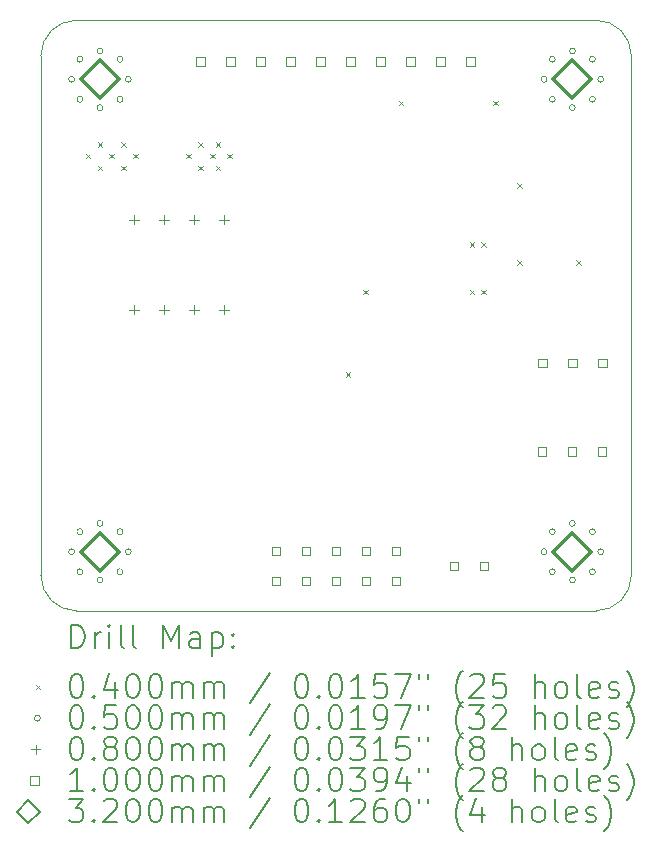
<source format=gbr>
%TF.GenerationSoftware,KiCad,Pcbnew,7.0.7*%
%TF.CreationDate,2024-02-22T12:37:59+00:00*%
%TF.ProjectId,massFlowControllerInterface_rev0,6d617373-466c-46f7-9743-6f6e74726f6c,rev?*%
%TF.SameCoordinates,Original*%
%TF.FileFunction,Drillmap*%
%TF.FilePolarity,Positive*%
%FSLAX45Y45*%
G04 Gerber Fmt 4.5, Leading zero omitted, Abs format (unit mm)*
G04 Created by KiCad (PCBNEW 7.0.7) date 2024-02-22 12:37:59*
%MOMM*%
%LPD*%
G01*
G04 APERTURE LIST*
%ADD10C,0.100000*%
%ADD11C,0.200000*%
%ADD12C,0.040000*%
%ADD13C,0.050000*%
%ADD14C,0.080000*%
%ADD15C,0.320000*%
G04 APERTURE END LIST*
D10*
X300000Y0D02*
X4700000Y0D01*
X0Y-4700000D02*
X0Y-300000D01*
X4700000Y-5000000D02*
X300000Y-5000000D01*
X4700000Y-5000000D02*
G75*
G03*
X5000000Y-4700000I0J300000D01*
G01*
X300000Y0D02*
G75*
G03*
X0Y-300000I0J-300000D01*
G01*
X5000000Y-300000D02*
G75*
G03*
X4700000Y0I-300000J0D01*
G01*
X5000000Y-300000D02*
X5000000Y-4700000D01*
X0Y-4700000D02*
G75*
G03*
X300000Y-5000000I300000J0D01*
G01*
D11*
D12*
X380000Y-1130000D02*
X420000Y-1170000D01*
X420000Y-1130000D02*
X380000Y-1170000D01*
X480000Y-1030000D02*
X520000Y-1070000D01*
X520000Y-1030000D02*
X480000Y-1070000D01*
X480000Y-1230000D02*
X520000Y-1270000D01*
X520000Y-1230000D02*
X480000Y-1270000D01*
X580000Y-1130000D02*
X620000Y-1170000D01*
X620000Y-1130000D02*
X580000Y-1170000D01*
X680000Y-1030000D02*
X720000Y-1070000D01*
X720000Y-1030000D02*
X680000Y-1070000D01*
X680000Y-1230000D02*
X720000Y-1270000D01*
X720000Y-1230000D02*
X680000Y-1270000D01*
X780000Y-1130000D02*
X820000Y-1170000D01*
X820000Y-1130000D02*
X780000Y-1170000D01*
X1230000Y-1130000D02*
X1270000Y-1170000D01*
X1270000Y-1130000D02*
X1230000Y-1170000D01*
X1330000Y-1030000D02*
X1370000Y-1070000D01*
X1370000Y-1030000D02*
X1330000Y-1070000D01*
X1330000Y-1230000D02*
X1370000Y-1270000D01*
X1370000Y-1230000D02*
X1330000Y-1270000D01*
X1430000Y-1130000D02*
X1470000Y-1170000D01*
X1470000Y-1130000D02*
X1430000Y-1170000D01*
X1480000Y-1030000D02*
X1520000Y-1070000D01*
X1520000Y-1030000D02*
X1480000Y-1070000D01*
X1480000Y-1230000D02*
X1520000Y-1270000D01*
X1520000Y-1230000D02*
X1480000Y-1270000D01*
X1580000Y-1130000D02*
X1620000Y-1170000D01*
X1620000Y-1130000D02*
X1580000Y-1170000D01*
X2580000Y-2980000D02*
X2620000Y-3020000D01*
X2620000Y-2980000D02*
X2580000Y-3020000D01*
X2730000Y-2280000D02*
X2770000Y-2320000D01*
X2770000Y-2280000D02*
X2730000Y-2320000D01*
X3030000Y-680000D02*
X3070000Y-720000D01*
X3070000Y-680000D02*
X3030000Y-720000D01*
X3630000Y-1880000D02*
X3670000Y-1920000D01*
X3670000Y-1880000D02*
X3630000Y-1920000D01*
X3630000Y-2280000D02*
X3670000Y-2320000D01*
X3670000Y-2280000D02*
X3630000Y-2320000D01*
X3730000Y-1880000D02*
X3770000Y-1920000D01*
X3770000Y-1880000D02*
X3730000Y-1920000D01*
X3730000Y-2280000D02*
X3770000Y-2320000D01*
X3770000Y-2280000D02*
X3730000Y-2320000D01*
X3830000Y-680000D02*
X3870000Y-720000D01*
X3870000Y-680000D02*
X3830000Y-720000D01*
X4030000Y-1380000D02*
X4070000Y-1420000D01*
X4070000Y-1380000D02*
X4030000Y-1420000D01*
X4030000Y-2030000D02*
X4070000Y-2070000D01*
X4070000Y-2030000D02*
X4030000Y-2070000D01*
X4530000Y-2030000D02*
X4570000Y-2070000D01*
X4570000Y-2030000D02*
X4530000Y-2070000D01*
D13*
X285000Y-500000D02*
G75*
G03*
X285000Y-500000I-25000J0D01*
G01*
X285000Y-4500000D02*
G75*
G03*
X285000Y-4500000I-25000J0D01*
G01*
X355294Y-330294D02*
G75*
G03*
X355294Y-330294I-25000J0D01*
G01*
X355294Y-669706D02*
G75*
G03*
X355294Y-669706I-25000J0D01*
G01*
X355294Y-4330294D02*
G75*
G03*
X355294Y-4330294I-25000J0D01*
G01*
X355294Y-4669706D02*
G75*
G03*
X355294Y-4669706I-25000J0D01*
G01*
X525000Y-260000D02*
G75*
G03*
X525000Y-260000I-25000J0D01*
G01*
X525000Y-740000D02*
G75*
G03*
X525000Y-740000I-25000J0D01*
G01*
X525000Y-4260000D02*
G75*
G03*
X525000Y-4260000I-25000J0D01*
G01*
X525000Y-4740000D02*
G75*
G03*
X525000Y-4740000I-25000J0D01*
G01*
X694706Y-330294D02*
G75*
G03*
X694706Y-330294I-25000J0D01*
G01*
X694706Y-669706D02*
G75*
G03*
X694706Y-669706I-25000J0D01*
G01*
X694706Y-4330294D02*
G75*
G03*
X694706Y-4330294I-25000J0D01*
G01*
X694706Y-4669706D02*
G75*
G03*
X694706Y-4669706I-25000J0D01*
G01*
X765000Y-500000D02*
G75*
G03*
X765000Y-500000I-25000J0D01*
G01*
X765000Y-4500000D02*
G75*
G03*
X765000Y-4500000I-25000J0D01*
G01*
X4285000Y-500000D02*
G75*
G03*
X4285000Y-500000I-25000J0D01*
G01*
X4285000Y-4500000D02*
G75*
G03*
X4285000Y-4500000I-25000J0D01*
G01*
X4355294Y-330294D02*
G75*
G03*
X4355294Y-330294I-25000J0D01*
G01*
X4355294Y-669706D02*
G75*
G03*
X4355294Y-669706I-25000J0D01*
G01*
X4355294Y-4330294D02*
G75*
G03*
X4355294Y-4330294I-25000J0D01*
G01*
X4355294Y-4669706D02*
G75*
G03*
X4355294Y-4669706I-25000J0D01*
G01*
X4525000Y-260000D02*
G75*
G03*
X4525000Y-260000I-25000J0D01*
G01*
X4525000Y-740000D02*
G75*
G03*
X4525000Y-740000I-25000J0D01*
G01*
X4525000Y-4260000D02*
G75*
G03*
X4525000Y-4260000I-25000J0D01*
G01*
X4525000Y-4740000D02*
G75*
G03*
X4525000Y-4740000I-25000J0D01*
G01*
X4694706Y-330294D02*
G75*
G03*
X4694706Y-330294I-25000J0D01*
G01*
X4694706Y-669706D02*
G75*
G03*
X4694706Y-669706I-25000J0D01*
G01*
X4694706Y-4330294D02*
G75*
G03*
X4694706Y-4330294I-25000J0D01*
G01*
X4694706Y-4669706D02*
G75*
G03*
X4694706Y-4669706I-25000J0D01*
G01*
X4765000Y-500000D02*
G75*
G03*
X4765000Y-500000I-25000J0D01*
G01*
X4765000Y-4500000D02*
G75*
G03*
X4765000Y-4500000I-25000J0D01*
G01*
D14*
X788000Y-1648000D02*
X788000Y-1728000D01*
X748000Y-1688000D02*
X828000Y-1688000D01*
X788000Y-2410000D02*
X788000Y-2490000D01*
X748000Y-2450000D02*
X828000Y-2450000D01*
X1042000Y-1648000D02*
X1042000Y-1728000D01*
X1002000Y-1688000D02*
X1082000Y-1688000D01*
X1042000Y-2410000D02*
X1042000Y-2490000D01*
X1002000Y-2450000D02*
X1082000Y-2450000D01*
X1296000Y-1648000D02*
X1296000Y-1728000D01*
X1256000Y-1688000D02*
X1336000Y-1688000D01*
X1296000Y-2410000D02*
X1296000Y-2490000D01*
X1256000Y-2450000D02*
X1336000Y-2450000D01*
X1550000Y-1648000D02*
X1550000Y-1728000D01*
X1510000Y-1688000D02*
X1590000Y-1688000D01*
X1550000Y-2410000D02*
X1550000Y-2490000D01*
X1510000Y-2450000D02*
X1590000Y-2450000D01*
D10*
X1386356Y-385356D02*
X1386356Y-314644D01*
X1315644Y-314644D01*
X1315644Y-385356D01*
X1386356Y-385356D01*
X1640356Y-385356D02*
X1640356Y-314644D01*
X1569644Y-314644D01*
X1569644Y-385356D01*
X1640356Y-385356D01*
X1894356Y-385356D02*
X1894356Y-314644D01*
X1823644Y-314644D01*
X1823644Y-385356D01*
X1894356Y-385356D01*
X2027356Y-4527356D02*
X2027356Y-4456644D01*
X1956644Y-4456644D01*
X1956644Y-4527356D01*
X2027356Y-4527356D01*
X2027356Y-4781356D02*
X2027356Y-4710644D01*
X1956644Y-4710644D01*
X1956644Y-4781356D01*
X2027356Y-4781356D01*
X2148356Y-385356D02*
X2148356Y-314644D01*
X2077644Y-314644D01*
X2077644Y-385356D01*
X2148356Y-385356D01*
X2281356Y-4527356D02*
X2281356Y-4456644D01*
X2210644Y-4456644D01*
X2210644Y-4527356D01*
X2281356Y-4527356D01*
X2281356Y-4781356D02*
X2281356Y-4710644D01*
X2210644Y-4710644D01*
X2210644Y-4781356D01*
X2281356Y-4781356D01*
X2402356Y-385356D02*
X2402356Y-314644D01*
X2331644Y-314644D01*
X2331644Y-385356D01*
X2402356Y-385356D01*
X2535356Y-4527356D02*
X2535356Y-4456644D01*
X2464644Y-4456644D01*
X2464644Y-4527356D01*
X2535356Y-4527356D01*
X2535356Y-4781356D02*
X2535356Y-4710644D01*
X2464644Y-4710644D01*
X2464644Y-4781356D01*
X2535356Y-4781356D01*
X2656356Y-385356D02*
X2656356Y-314644D01*
X2585644Y-314644D01*
X2585644Y-385356D01*
X2656356Y-385356D01*
X2789356Y-4527356D02*
X2789356Y-4456644D01*
X2718644Y-4456644D01*
X2718644Y-4527356D01*
X2789356Y-4527356D01*
X2789356Y-4781356D02*
X2789356Y-4710644D01*
X2718644Y-4710644D01*
X2718644Y-4781356D01*
X2789356Y-4781356D01*
X2910356Y-385356D02*
X2910356Y-314644D01*
X2839644Y-314644D01*
X2839644Y-385356D01*
X2910356Y-385356D01*
X3043356Y-4527356D02*
X3043356Y-4456644D01*
X2972644Y-4456644D01*
X2972644Y-4527356D01*
X3043356Y-4527356D01*
X3043356Y-4781356D02*
X3043356Y-4710644D01*
X2972644Y-4710644D01*
X2972644Y-4781356D01*
X3043356Y-4781356D01*
X3164356Y-385356D02*
X3164356Y-314644D01*
X3093644Y-314644D01*
X3093644Y-385356D01*
X3164356Y-385356D01*
X3418356Y-385356D02*
X3418356Y-314644D01*
X3347644Y-314644D01*
X3347644Y-385356D01*
X3418356Y-385356D01*
X3535356Y-4654356D02*
X3535356Y-4583644D01*
X3464644Y-4583644D01*
X3464644Y-4654356D01*
X3535356Y-4654356D01*
X3672356Y-385356D02*
X3672356Y-314644D01*
X3601644Y-314644D01*
X3601644Y-385356D01*
X3672356Y-385356D01*
X3789356Y-4654356D02*
X3789356Y-4583644D01*
X3718644Y-4583644D01*
X3718644Y-4654356D01*
X3789356Y-4654356D01*
X4277356Y-3685356D02*
X4277356Y-3614644D01*
X4206644Y-3614644D01*
X4206644Y-3685356D01*
X4277356Y-3685356D01*
X4281356Y-2935356D02*
X4281356Y-2864644D01*
X4210644Y-2864644D01*
X4210644Y-2935356D01*
X4281356Y-2935356D01*
X4531356Y-3685356D02*
X4531356Y-3614644D01*
X4460644Y-3614644D01*
X4460644Y-3685356D01*
X4531356Y-3685356D01*
X4535356Y-2935356D02*
X4535356Y-2864644D01*
X4464644Y-2864644D01*
X4464644Y-2935356D01*
X4535356Y-2935356D01*
X4785356Y-3685356D02*
X4785356Y-3614644D01*
X4714644Y-3614644D01*
X4714644Y-3685356D01*
X4785356Y-3685356D01*
X4789356Y-2935356D02*
X4789356Y-2864644D01*
X4718644Y-2864644D01*
X4718644Y-2935356D01*
X4789356Y-2935356D01*
D15*
X500000Y-660000D02*
X660000Y-500000D01*
X500000Y-340000D01*
X340000Y-500000D01*
X500000Y-660000D01*
X500000Y-4660000D02*
X660000Y-4500000D01*
X500000Y-4340000D01*
X340000Y-4500000D01*
X500000Y-4660000D01*
X4500000Y-660000D02*
X4660000Y-500000D01*
X4500000Y-340000D01*
X4340000Y-500000D01*
X4500000Y-660000D01*
X4500000Y-4660000D02*
X4660000Y-4500000D01*
X4500000Y-4340000D01*
X4340000Y-4500000D01*
X4500000Y-4660000D01*
D11*
X255777Y-5316484D02*
X255777Y-5116484D01*
X255777Y-5116484D02*
X303396Y-5116484D01*
X303396Y-5116484D02*
X331967Y-5126008D01*
X331967Y-5126008D02*
X351015Y-5145055D01*
X351015Y-5145055D02*
X360539Y-5164103D01*
X360539Y-5164103D02*
X370062Y-5202198D01*
X370062Y-5202198D02*
X370062Y-5230770D01*
X370062Y-5230770D02*
X360539Y-5268865D01*
X360539Y-5268865D02*
X351015Y-5287912D01*
X351015Y-5287912D02*
X331967Y-5306960D01*
X331967Y-5306960D02*
X303396Y-5316484D01*
X303396Y-5316484D02*
X255777Y-5316484D01*
X455777Y-5316484D02*
X455777Y-5183150D01*
X455777Y-5221246D02*
X465301Y-5202198D01*
X465301Y-5202198D02*
X474824Y-5192674D01*
X474824Y-5192674D02*
X493872Y-5183150D01*
X493872Y-5183150D02*
X512920Y-5183150D01*
X579586Y-5316484D02*
X579586Y-5183150D01*
X579586Y-5116484D02*
X570063Y-5126008D01*
X570063Y-5126008D02*
X579586Y-5135531D01*
X579586Y-5135531D02*
X589110Y-5126008D01*
X589110Y-5126008D02*
X579586Y-5116484D01*
X579586Y-5116484D02*
X579586Y-5135531D01*
X703396Y-5316484D02*
X684348Y-5306960D01*
X684348Y-5306960D02*
X674824Y-5287912D01*
X674824Y-5287912D02*
X674824Y-5116484D01*
X808158Y-5316484D02*
X789110Y-5306960D01*
X789110Y-5306960D02*
X779586Y-5287912D01*
X779586Y-5287912D02*
X779586Y-5116484D01*
X1036729Y-5316484D02*
X1036729Y-5116484D01*
X1036729Y-5116484D02*
X1103396Y-5259341D01*
X1103396Y-5259341D02*
X1170063Y-5116484D01*
X1170063Y-5116484D02*
X1170063Y-5316484D01*
X1351015Y-5316484D02*
X1351015Y-5211722D01*
X1351015Y-5211722D02*
X1341491Y-5192674D01*
X1341491Y-5192674D02*
X1322444Y-5183150D01*
X1322444Y-5183150D02*
X1284348Y-5183150D01*
X1284348Y-5183150D02*
X1265301Y-5192674D01*
X1351015Y-5306960D02*
X1331967Y-5316484D01*
X1331967Y-5316484D02*
X1284348Y-5316484D01*
X1284348Y-5316484D02*
X1265301Y-5306960D01*
X1265301Y-5306960D02*
X1255777Y-5287912D01*
X1255777Y-5287912D02*
X1255777Y-5268865D01*
X1255777Y-5268865D02*
X1265301Y-5249817D01*
X1265301Y-5249817D02*
X1284348Y-5240293D01*
X1284348Y-5240293D02*
X1331967Y-5240293D01*
X1331967Y-5240293D02*
X1351015Y-5230770D01*
X1446253Y-5183150D02*
X1446253Y-5383150D01*
X1446253Y-5192674D02*
X1465301Y-5183150D01*
X1465301Y-5183150D02*
X1503396Y-5183150D01*
X1503396Y-5183150D02*
X1522443Y-5192674D01*
X1522443Y-5192674D02*
X1531967Y-5202198D01*
X1531967Y-5202198D02*
X1541491Y-5221246D01*
X1541491Y-5221246D02*
X1541491Y-5278389D01*
X1541491Y-5278389D02*
X1531967Y-5297436D01*
X1531967Y-5297436D02*
X1522443Y-5306960D01*
X1522443Y-5306960D02*
X1503396Y-5316484D01*
X1503396Y-5316484D02*
X1465301Y-5316484D01*
X1465301Y-5316484D02*
X1446253Y-5306960D01*
X1627205Y-5297436D02*
X1636729Y-5306960D01*
X1636729Y-5306960D02*
X1627205Y-5316484D01*
X1627205Y-5316484D02*
X1617682Y-5306960D01*
X1617682Y-5306960D02*
X1627205Y-5297436D01*
X1627205Y-5297436D02*
X1627205Y-5316484D01*
X1627205Y-5192674D02*
X1636729Y-5202198D01*
X1636729Y-5202198D02*
X1627205Y-5211722D01*
X1627205Y-5211722D02*
X1617682Y-5202198D01*
X1617682Y-5202198D02*
X1627205Y-5192674D01*
X1627205Y-5192674D02*
X1627205Y-5211722D01*
D12*
X-45000Y-5625000D02*
X-5000Y-5665000D01*
X-5000Y-5625000D02*
X-45000Y-5665000D01*
D11*
X293872Y-5536484D02*
X312920Y-5536484D01*
X312920Y-5536484D02*
X331967Y-5546008D01*
X331967Y-5546008D02*
X341491Y-5555531D01*
X341491Y-5555531D02*
X351015Y-5574579D01*
X351015Y-5574579D02*
X360539Y-5612674D01*
X360539Y-5612674D02*
X360539Y-5660293D01*
X360539Y-5660293D02*
X351015Y-5698388D01*
X351015Y-5698388D02*
X341491Y-5717436D01*
X341491Y-5717436D02*
X331967Y-5726960D01*
X331967Y-5726960D02*
X312920Y-5736484D01*
X312920Y-5736484D02*
X293872Y-5736484D01*
X293872Y-5736484D02*
X274824Y-5726960D01*
X274824Y-5726960D02*
X265301Y-5717436D01*
X265301Y-5717436D02*
X255777Y-5698388D01*
X255777Y-5698388D02*
X246253Y-5660293D01*
X246253Y-5660293D02*
X246253Y-5612674D01*
X246253Y-5612674D02*
X255777Y-5574579D01*
X255777Y-5574579D02*
X265301Y-5555531D01*
X265301Y-5555531D02*
X274824Y-5546008D01*
X274824Y-5546008D02*
X293872Y-5536484D01*
X446253Y-5717436D02*
X455777Y-5726960D01*
X455777Y-5726960D02*
X446253Y-5736484D01*
X446253Y-5736484D02*
X436729Y-5726960D01*
X436729Y-5726960D02*
X446253Y-5717436D01*
X446253Y-5717436D02*
X446253Y-5736484D01*
X627205Y-5603150D02*
X627205Y-5736484D01*
X579586Y-5526960D02*
X531967Y-5669817D01*
X531967Y-5669817D02*
X655777Y-5669817D01*
X770062Y-5536484D02*
X789110Y-5536484D01*
X789110Y-5536484D02*
X808158Y-5546008D01*
X808158Y-5546008D02*
X817682Y-5555531D01*
X817682Y-5555531D02*
X827205Y-5574579D01*
X827205Y-5574579D02*
X836729Y-5612674D01*
X836729Y-5612674D02*
X836729Y-5660293D01*
X836729Y-5660293D02*
X827205Y-5698388D01*
X827205Y-5698388D02*
X817682Y-5717436D01*
X817682Y-5717436D02*
X808158Y-5726960D01*
X808158Y-5726960D02*
X789110Y-5736484D01*
X789110Y-5736484D02*
X770062Y-5736484D01*
X770062Y-5736484D02*
X751015Y-5726960D01*
X751015Y-5726960D02*
X741491Y-5717436D01*
X741491Y-5717436D02*
X731967Y-5698388D01*
X731967Y-5698388D02*
X722443Y-5660293D01*
X722443Y-5660293D02*
X722443Y-5612674D01*
X722443Y-5612674D02*
X731967Y-5574579D01*
X731967Y-5574579D02*
X741491Y-5555531D01*
X741491Y-5555531D02*
X751015Y-5546008D01*
X751015Y-5546008D02*
X770062Y-5536484D01*
X960539Y-5536484D02*
X979586Y-5536484D01*
X979586Y-5536484D02*
X998634Y-5546008D01*
X998634Y-5546008D02*
X1008158Y-5555531D01*
X1008158Y-5555531D02*
X1017682Y-5574579D01*
X1017682Y-5574579D02*
X1027205Y-5612674D01*
X1027205Y-5612674D02*
X1027205Y-5660293D01*
X1027205Y-5660293D02*
X1017682Y-5698388D01*
X1017682Y-5698388D02*
X1008158Y-5717436D01*
X1008158Y-5717436D02*
X998634Y-5726960D01*
X998634Y-5726960D02*
X979586Y-5736484D01*
X979586Y-5736484D02*
X960539Y-5736484D01*
X960539Y-5736484D02*
X941491Y-5726960D01*
X941491Y-5726960D02*
X931967Y-5717436D01*
X931967Y-5717436D02*
X922443Y-5698388D01*
X922443Y-5698388D02*
X912920Y-5660293D01*
X912920Y-5660293D02*
X912920Y-5612674D01*
X912920Y-5612674D02*
X922443Y-5574579D01*
X922443Y-5574579D02*
X931967Y-5555531D01*
X931967Y-5555531D02*
X941491Y-5546008D01*
X941491Y-5546008D02*
X960539Y-5536484D01*
X1112920Y-5736484D02*
X1112920Y-5603150D01*
X1112920Y-5622198D02*
X1122444Y-5612674D01*
X1122444Y-5612674D02*
X1141491Y-5603150D01*
X1141491Y-5603150D02*
X1170063Y-5603150D01*
X1170063Y-5603150D02*
X1189110Y-5612674D01*
X1189110Y-5612674D02*
X1198634Y-5631722D01*
X1198634Y-5631722D02*
X1198634Y-5736484D01*
X1198634Y-5631722D02*
X1208158Y-5612674D01*
X1208158Y-5612674D02*
X1227205Y-5603150D01*
X1227205Y-5603150D02*
X1255777Y-5603150D01*
X1255777Y-5603150D02*
X1274825Y-5612674D01*
X1274825Y-5612674D02*
X1284348Y-5631722D01*
X1284348Y-5631722D02*
X1284348Y-5736484D01*
X1379586Y-5736484D02*
X1379586Y-5603150D01*
X1379586Y-5622198D02*
X1389110Y-5612674D01*
X1389110Y-5612674D02*
X1408158Y-5603150D01*
X1408158Y-5603150D02*
X1436729Y-5603150D01*
X1436729Y-5603150D02*
X1455777Y-5612674D01*
X1455777Y-5612674D02*
X1465301Y-5631722D01*
X1465301Y-5631722D02*
X1465301Y-5736484D01*
X1465301Y-5631722D02*
X1474824Y-5612674D01*
X1474824Y-5612674D02*
X1493872Y-5603150D01*
X1493872Y-5603150D02*
X1522443Y-5603150D01*
X1522443Y-5603150D02*
X1541491Y-5612674D01*
X1541491Y-5612674D02*
X1551015Y-5631722D01*
X1551015Y-5631722D02*
X1551015Y-5736484D01*
X1941491Y-5526960D02*
X1770063Y-5784103D01*
X2198634Y-5536484D02*
X2217682Y-5536484D01*
X2217682Y-5536484D02*
X2236729Y-5546008D01*
X2236729Y-5546008D02*
X2246253Y-5555531D01*
X2246253Y-5555531D02*
X2255777Y-5574579D01*
X2255777Y-5574579D02*
X2265301Y-5612674D01*
X2265301Y-5612674D02*
X2265301Y-5660293D01*
X2265301Y-5660293D02*
X2255777Y-5698388D01*
X2255777Y-5698388D02*
X2246253Y-5717436D01*
X2246253Y-5717436D02*
X2236729Y-5726960D01*
X2236729Y-5726960D02*
X2217682Y-5736484D01*
X2217682Y-5736484D02*
X2198634Y-5736484D01*
X2198634Y-5736484D02*
X2179587Y-5726960D01*
X2179587Y-5726960D02*
X2170063Y-5717436D01*
X2170063Y-5717436D02*
X2160539Y-5698388D01*
X2160539Y-5698388D02*
X2151015Y-5660293D01*
X2151015Y-5660293D02*
X2151015Y-5612674D01*
X2151015Y-5612674D02*
X2160539Y-5574579D01*
X2160539Y-5574579D02*
X2170063Y-5555531D01*
X2170063Y-5555531D02*
X2179587Y-5546008D01*
X2179587Y-5546008D02*
X2198634Y-5536484D01*
X2351015Y-5717436D02*
X2360539Y-5726960D01*
X2360539Y-5726960D02*
X2351015Y-5736484D01*
X2351015Y-5736484D02*
X2341491Y-5726960D01*
X2341491Y-5726960D02*
X2351015Y-5717436D01*
X2351015Y-5717436D02*
X2351015Y-5736484D01*
X2484348Y-5536484D02*
X2503396Y-5536484D01*
X2503396Y-5536484D02*
X2522444Y-5546008D01*
X2522444Y-5546008D02*
X2531968Y-5555531D01*
X2531968Y-5555531D02*
X2541491Y-5574579D01*
X2541491Y-5574579D02*
X2551015Y-5612674D01*
X2551015Y-5612674D02*
X2551015Y-5660293D01*
X2551015Y-5660293D02*
X2541491Y-5698388D01*
X2541491Y-5698388D02*
X2531968Y-5717436D01*
X2531968Y-5717436D02*
X2522444Y-5726960D01*
X2522444Y-5726960D02*
X2503396Y-5736484D01*
X2503396Y-5736484D02*
X2484348Y-5736484D01*
X2484348Y-5736484D02*
X2465301Y-5726960D01*
X2465301Y-5726960D02*
X2455777Y-5717436D01*
X2455777Y-5717436D02*
X2446253Y-5698388D01*
X2446253Y-5698388D02*
X2436729Y-5660293D01*
X2436729Y-5660293D02*
X2436729Y-5612674D01*
X2436729Y-5612674D02*
X2446253Y-5574579D01*
X2446253Y-5574579D02*
X2455777Y-5555531D01*
X2455777Y-5555531D02*
X2465301Y-5546008D01*
X2465301Y-5546008D02*
X2484348Y-5536484D01*
X2741491Y-5736484D02*
X2627206Y-5736484D01*
X2684348Y-5736484D02*
X2684348Y-5536484D01*
X2684348Y-5536484D02*
X2665301Y-5565055D01*
X2665301Y-5565055D02*
X2646253Y-5584103D01*
X2646253Y-5584103D02*
X2627206Y-5593627D01*
X2922444Y-5536484D02*
X2827206Y-5536484D01*
X2827206Y-5536484D02*
X2817682Y-5631722D01*
X2817682Y-5631722D02*
X2827206Y-5622198D01*
X2827206Y-5622198D02*
X2846253Y-5612674D01*
X2846253Y-5612674D02*
X2893872Y-5612674D01*
X2893872Y-5612674D02*
X2912920Y-5622198D01*
X2912920Y-5622198D02*
X2922444Y-5631722D01*
X2922444Y-5631722D02*
X2931967Y-5650769D01*
X2931967Y-5650769D02*
X2931967Y-5698388D01*
X2931967Y-5698388D02*
X2922444Y-5717436D01*
X2922444Y-5717436D02*
X2912920Y-5726960D01*
X2912920Y-5726960D02*
X2893872Y-5736484D01*
X2893872Y-5736484D02*
X2846253Y-5736484D01*
X2846253Y-5736484D02*
X2827206Y-5726960D01*
X2827206Y-5726960D02*
X2817682Y-5717436D01*
X2998634Y-5536484D02*
X3131967Y-5536484D01*
X3131967Y-5536484D02*
X3046253Y-5736484D01*
X3198634Y-5536484D02*
X3198634Y-5574579D01*
X3274825Y-5536484D02*
X3274825Y-5574579D01*
X3570063Y-5812674D02*
X3560539Y-5803150D01*
X3560539Y-5803150D02*
X3541491Y-5774579D01*
X3541491Y-5774579D02*
X3531968Y-5755531D01*
X3531968Y-5755531D02*
X3522444Y-5726960D01*
X3522444Y-5726960D02*
X3512920Y-5679341D01*
X3512920Y-5679341D02*
X3512920Y-5641246D01*
X3512920Y-5641246D02*
X3522444Y-5593627D01*
X3522444Y-5593627D02*
X3531968Y-5565055D01*
X3531968Y-5565055D02*
X3541491Y-5546008D01*
X3541491Y-5546008D02*
X3560539Y-5517436D01*
X3560539Y-5517436D02*
X3570063Y-5507912D01*
X3636729Y-5555531D02*
X3646253Y-5546008D01*
X3646253Y-5546008D02*
X3665301Y-5536484D01*
X3665301Y-5536484D02*
X3712920Y-5536484D01*
X3712920Y-5536484D02*
X3731968Y-5546008D01*
X3731968Y-5546008D02*
X3741491Y-5555531D01*
X3741491Y-5555531D02*
X3751015Y-5574579D01*
X3751015Y-5574579D02*
X3751015Y-5593627D01*
X3751015Y-5593627D02*
X3741491Y-5622198D01*
X3741491Y-5622198D02*
X3627206Y-5736484D01*
X3627206Y-5736484D02*
X3751015Y-5736484D01*
X3931968Y-5536484D02*
X3836729Y-5536484D01*
X3836729Y-5536484D02*
X3827206Y-5631722D01*
X3827206Y-5631722D02*
X3836729Y-5622198D01*
X3836729Y-5622198D02*
X3855777Y-5612674D01*
X3855777Y-5612674D02*
X3903396Y-5612674D01*
X3903396Y-5612674D02*
X3922444Y-5622198D01*
X3922444Y-5622198D02*
X3931968Y-5631722D01*
X3931968Y-5631722D02*
X3941491Y-5650769D01*
X3941491Y-5650769D02*
X3941491Y-5698388D01*
X3941491Y-5698388D02*
X3931968Y-5717436D01*
X3931968Y-5717436D02*
X3922444Y-5726960D01*
X3922444Y-5726960D02*
X3903396Y-5736484D01*
X3903396Y-5736484D02*
X3855777Y-5736484D01*
X3855777Y-5736484D02*
X3836729Y-5726960D01*
X3836729Y-5726960D02*
X3827206Y-5717436D01*
X4179587Y-5736484D02*
X4179587Y-5536484D01*
X4265301Y-5736484D02*
X4265301Y-5631722D01*
X4265301Y-5631722D02*
X4255777Y-5612674D01*
X4255777Y-5612674D02*
X4236730Y-5603150D01*
X4236730Y-5603150D02*
X4208158Y-5603150D01*
X4208158Y-5603150D02*
X4189110Y-5612674D01*
X4189110Y-5612674D02*
X4179587Y-5622198D01*
X4389111Y-5736484D02*
X4370063Y-5726960D01*
X4370063Y-5726960D02*
X4360539Y-5717436D01*
X4360539Y-5717436D02*
X4351015Y-5698388D01*
X4351015Y-5698388D02*
X4351015Y-5641246D01*
X4351015Y-5641246D02*
X4360539Y-5622198D01*
X4360539Y-5622198D02*
X4370063Y-5612674D01*
X4370063Y-5612674D02*
X4389111Y-5603150D01*
X4389111Y-5603150D02*
X4417682Y-5603150D01*
X4417682Y-5603150D02*
X4436730Y-5612674D01*
X4436730Y-5612674D02*
X4446253Y-5622198D01*
X4446253Y-5622198D02*
X4455777Y-5641246D01*
X4455777Y-5641246D02*
X4455777Y-5698388D01*
X4455777Y-5698388D02*
X4446253Y-5717436D01*
X4446253Y-5717436D02*
X4436730Y-5726960D01*
X4436730Y-5726960D02*
X4417682Y-5736484D01*
X4417682Y-5736484D02*
X4389111Y-5736484D01*
X4570063Y-5736484D02*
X4551015Y-5726960D01*
X4551015Y-5726960D02*
X4541492Y-5707912D01*
X4541492Y-5707912D02*
X4541492Y-5536484D01*
X4722444Y-5726960D02*
X4703396Y-5736484D01*
X4703396Y-5736484D02*
X4665301Y-5736484D01*
X4665301Y-5736484D02*
X4646253Y-5726960D01*
X4646253Y-5726960D02*
X4636730Y-5707912D01*
X4636730Y-5707912D02*
X4636730Y-5631722D01*
X4636730Y-5631722D02*
X4646253Y-5612674D01*
X4646253Y-5612674D02*
X4665301Y-5603150D01*
X4665301Y-5603150D02*
X4703396Y-5603150D01*
X4703396Y-5603150D02*
X4722444Y-5612674D01*
X4722444Y-5612674D02*
X4731968Y-5631722D01*
X4731968Y-5631722D02*
X4731968Y-5650769D01*
X4731968Y-5650769D02*
X4636730Y-5669817D01*
X4808158Y-5726960D02*
X4827206Y-5736484D01*
X4827206Y-5736484D02*
X4865301Y-5736484D01*
X4865301Y-5736484D02*
X4884349Y-5726960D01*
X4884349Y-5726960D02*
X4893873Y-5707912D01*
X4893873Y-5707912D02*
X4893873Y-5698388D01*
X4893873Y-5698388D02*
X4884349Y-5679341D01*
X4884349Y-5679341D02*
X4865301Y-5669817D01*
X4865301Y-5669817D02*
X4836730Y-5669817D01*
X4836730Y-5669817D02*
X4817682Y-5660293D01*
X4817682Y-5660293D02*
X4808158Y-5641246D01*
X4808158Y-5641246D02*
X4808158Y-5631722D01*
X4808158Y-5631722D02*
X4817682Y-5612674D01*
X4817682Y-5612674D02*
X4836730Y-5603150D01*
X4836730Y-5603150D02*
X4865301Y-5603150D01*
X4865301Y-5603150D02*
X4884349Y-5612674D01*
X4960539Y-5812674D02*
X4970063Y-5803150D01*
X4970063Y-5803150D02*
X4989111Y-5774579D01*
X4989111Y-5774579D02*
X4998634Y-5755531D01*
X4998634Y-5755531D02*
X5008158Y-5726960D01*
X5008158Y-5726960D02*
X5017682Y-5679341D01*
X5017682Y-5679341D02*
X5017682Y-5641246D01*
X5017682Y-5641246D02*
X5008158Y-5593627D01*
X5008158Y-5593627D02*
X4998634Y-5565055D01*
X4998634Y-5565055D02*
X4989111Y-5546008D01*
X4989111Y-5546008D02*
X4970063Y-5517436D01*
X4970063Y-5517436D02*
X4960539Y-5507912D01*
D13*
X-5000Y-5909000D02*
G75*
G03*
X-5000Y-5909000I-25000J0D01*
G01*
D11*
X293872Y-5800484D02*
X312920Y-5800484D01*
X312920Y-5800484D02*
X331967Y-5810008D01*
X331967Y-5810008D02*
X341491Y-5819531D01*
X341491Y-5819531D02*
X351015Y-5838579D01*
X351015Y-5838579D02*
X360539Y-5876674D01*
X360539Y-5876674D02*
X360539Y-5924293D01*
X360539Y-5924293D02*
X351015Y-5962388D01*
X351015Y-5962388D02*
X341491Y-5981436D01*
X341491Y-5981436D02*
X331967Y-5990960D01*
X331967Y-5990960D02*
X312920Y-6000484D01*
X312920Y-6000484D02*
X293872Y-6000484D01*
X293872Y-6000484D02*
X274824Y-5990960D01*
X274824Y-5990960D02*
X265301Y-5981436D01*
X265301Y-5981436D02*
X255777Y-5962388D01*
X255777Y-5962388D02*
X246253Y-5924293D01*
X246253Y-5924293D02*
X246253Y-5876674D01*
X246253Y-5876674D02*
X255777Y-5838579D01*
X255777Y-5838579D02*
X265301Y-5819531D01*
X265301Y-5819531D02*
X274824Y-5810008D01*
X274824Y-5810008D02*
X293872Y-5800484D01*
X446253Y-5981436D02*
X455777Y-5990960D01*
X455777Y-5990960D02*
X446253Y-6000484D01*
X446253Y-6000484D02*
X436729Y-5990960D01*
X436729Y-5990960D02*
X446253Y-5981436D01*
X446253Y-5981436D02*
X446253Y-6000484D01*
X636729Y-5800484D02*
X541491Y-5800484D01*
X541491Y-5800484D02*
X531967Y-5895722D01*
X531967Y-5895722D02*
X541491Y-5886198D01*
X541491Y-5886198D02*
X560539Y-5876674D01*
X560539Y-5876674D02*
X608158Y-5876674D01*
X608158Y-5876674D02*
X627205Y-5886198D01*
X627205Y-5886198D02*
X636729Y-5895722D01*
X636729Y-5895722D02*
X646253Y-5914769D01*
X646253Y-5914769D02*
X646253Y-5962388D01*
X646253Y-5962388D02*
X636729Y-5981436D01*
X636729Y-5981436D02*
X627205Y-5990960D01*
X627205Y-5990960D02*
X608158Y-6000484D01*
X608158Y-6000484D02*
X560539Y-6000484D01*
X560539Y-6000484D02*
X541491Y-5990960D01*
X541491Y-5990960D02*
X531967Y-5981436D01*
X770062Y-5800484D02*
X789110Y-5800484D01*
X789110Y-5800484D02*
X808158Y-5810008D01*
X808158Y-5810008D02*
X817682Y-5819531D01*
X817682Y-5819531D02*
X827205Y-5838579D01*
X827205Y-5838579D02*
X836729Y-5876674D01*
X836729Y-5876674D02*
X836729Y-5924293D01*
X836729Y-5924293D02*
X827205Y-5962388D01*
X827205Y-5962388D02*
X817682Y-5981436D01*
X817682Y-5981436D02*
X808158Y-5990960D01*
X808158Y-5990960D02*
X789110Y-6000484D01*
X789110Y-6000484D02*
X770062Y-6000484D01*
X770062Y-6000484D02*
X751015Y-5990960D01*
X751015Y-5990960D02*
X741491Y-5981436D01*
X741491Y-5981436D02*
X731967Y-5962388D01*
X731967Y-5962388D02*
X722443Y-5924293D01*
X722443Y-5924293D02*
X722443Y-5876674D01*
X722443Y-5876674D02*
X731967Y-5838579D01*
X731967Y-5838579D02*
X741491Y-5819531D01*
X741491Y-5819531D02*
X751015Y-5810008D01*
X751015Y-5810008D02*
X770062Y-5800484D01*
X960539Y-5800484D02*
X979586Y-5800484D01*
X979586Y-5800484D02*
X998634Y-5810008D01*
X998634Y-5810008D02*
X1008158Y-5819531D01*
X1008158Y-5819531D02*
X1017682Y-5838579D01*
X1017682Y-5838579D02*
X1027205Y-5876674D01*
X1027205Y-5876674D02*
X1027205Y-5924293D01*
X1027205Y-5924293D02*
X1017682Y-5962388D01*
X1017682Y-5962388D02*
X1008158Y-5981436D01*
X1008158Y-5981436D02*
X998634Y-5990960D01*
X998634Y-5990960D02*
X979586Y-6000484D01*
X979586Y-6000484D02*
X960539Y-6000484D01*
X960539Y-6000484D02*
X941491Y-5990960D01*
X941491Y-5990960D02*
X931967Y-5981436D01*
X931967Y-5981436D02*
X922443Y-5962388D01*
X922443Y-5962388D02*
X912920Y-5924293D01*
X912920Y-5924293D02*
X912920Y-5876674D01*
X912920Y-5876674D02*
X922443Y-5838579D01*
X922443Y-5838579D02*
X931967Y-5819531D01*
X931967Y-5819531D02*
X941491Y-5810008D01*
X941491Y-5810008D02*
X960539Y-5800484D01*
X1112920Y-6000484D02*
X1112920Y-5867150D01*
X1112920Y-5886198D02*
X1122444Y-5876674D01*
X1122444Y-5876674D02*
X1141491Y-5867150D01*
X1141491Y-5867150D02*
X1170063Y-5867150D01*
X1170063Y-5867150D02*
X1189110Y-5876674D01*
X1189110Y-5876674D02*
X1198634Y-5895722D01*
X1198634Y-5895722D02*
X1198634Y-6000484D01*
X1198634Y-5895722D02*
X1208158Y-5876674D01*
X1208158Y-5876674D02*
X1227205Y-5867150D01*
X1227205Y-5867150D02*
X1255777Y-5867150D01*
X1255777Y-5867150D02*
X1274825Y-5876674D01*
X1274825Y-5876674D02*
X1284348Y-5895722D01*
X1284348Y-5895722D02*
X1284348Y-6000484D01*
X1379586Y-6000484D02*
X1379586Y-5867150D01*
X1379586Y-5886198D02*
X1389110Y-5876674D01*
X1389110Y-5876674D02*
X1408158Y-5867150D01*
X1408158Y-5867150D02*
X1436729Y-5867150D01*
X1436729Y-5867150D02*
X1455777Y-5876674D01*
X1455777Y-5876674D02*
X1465301Y-5895722D01*
X1465301Y-5895722D02*
X1465301Y-6000484D01*
X1465301Y-5895722D02*
X1474824Y-5876674D01*
X1474824Y-5876674D02*
X1493872Y-5867150D01*
X1493872Y-5867150D02*
X1522443Y-5867150D01*
X1522443Y-5867150D02*
X1541491Y-5876674D01*
X1541491Y-5876674D02*
X1551015Y-5895722D01*
X1551015Y-5895722D02*
X1551015Y-6000484D01*
X1941491Y-5790960D02*
X1770063Y-6048103D01*
X2198634Y-5800484D02*
X2217682Y-5800484D01*
X2217682Y-5800484D02*
X2236729Y-5810008D01*
X2236729Y-5810008D02*
X2246253Y-5819531D01*
X2246253Y-5819531D02*
X2255777Y-5838579D01*
X2255777Y-5838579D02*
X2265301Y-5876674D01*
X2265301Y-5876674D02*
X2265301Y-5924293D01*
X2265301Y-5924293D02*
X2255777Y-5962388D01*
X2255777Y-5962388D02*
X2246253Y-5981436D01*
X2246253Y-5981436D02*
X2236729Y-5990960D01*
X2236729Y-5990960D02*
X2217682Y-6000484D01*
X2217682Y-6000484D02*
X2198634Y-6000484D01*
X2198634Y-6000484D02*
X2179587Y-5990960D01*
X2179587Y-5990960D02*
X2170063Y-5981436D01*
X2170063Y-5981436D02*
X2160539Y-5962388D01*
X2160539Y-5962388D02*
X2151015Y-5924293D01*
X2151015Y-5924293D02*
X2151015Y-5876674D01*
X2151015Y-5876674D02*
X2160539Y-5838579D01*
X2160539Y-5838579D02*
X2170063Y-5819531D01*
X2170063Y-5819531D02*
X2179587Y-5810008D01*
X2179587Y-5810008D02*
X2198634Y-5800484D01*
X2351015Y-5981436D02*
X2360539Y-5990960D01*
X2360539Y-5990960D02*
X2351015Y-6000484D01*
X2351015Y-6000484D02*
X2341491Y-5990960D01*
X2341491Y-5990960D02*
X2351015Y-5981436D01*
X2351015Y-5981436D02*
X2351015Y-6000484D01*
X2484348Y-5800484D02*
X2503396Y-5800484D01*
X2503396Y-5800484D02*
X2522444Y-5810008D01*
X2522444Y-5810008D02*
X2531968Y-5819531D01*
X2531968Y-5819531D02*
X2541491Y-5838579D01*
X2541491Y-5838579D02*
X2551015Y-5876674D01*
X2551015Y-5876674D02*
X2551015Y-5924293D01*
X2551015Y-5924293D02*
X2541491Y-5962388D01*
X2541491Y-5962388D02*
X2531968Y-5981436D01*
X2531968Y-5981436D02*
X2522444Y-5990960D01*
X2522444Y-5990960D02*
X2503396Y-6000484D01*
X2503396Y-6000484D02*
X2484348Y-6000484D01*
X2484348Y-6000484D02*
X2465301Y-5990960D01*
X2465301Y-5990960D02*
X2455777Y-5981436D01*
X2455777Y-5981436D02*
X2446253Y-5962388D01*
X2446253Y-5962388D02*
X2436729Y-5924293D01*
X2436729Y-5924293D02*
X2436729Y-5876674D01*
X2436729Y-5876674D02*
X2446253Y-5838579D01*
X2446253Y-5838579D02*
X2455777Y-5819531D01*
X2455777Y-5819531D02*
X2465301Y-5810008D01*
X2465301Y-5810008D02*
X2484348Y-5800484D01*
X2741491Y-6000484D02*
X2627206Y-6000484D01*
X2684348Y-6000484D02*
X2684348Y-5800484D01*
X2684348Y-5800484D02*
X2665301Y-5829055D01*
X2665301Y-5829055D02*
X2646253Y-5848103D01*
X2646253Y-5848103D02*
X2627206Y-5857627D01*
X2836729Y-6000484D02*
X2874825Y-6000484D01*
X2874825Y-6000484D02*
X2893872Y-5990960D01*
X2893872Y-5990960D02*
X2903396Y-5981436D01*
X2903396Y-5981436D02*
X2922444Y-5952865D01*
X2922444Y-5952865D02*
X2931967Y-5914769D01*
X2931967Y-5914769D02*
X2931967Y-5838579D01*
X2931967Y-5838579D02*
X2922444Y-5819531D01*
X2922444Y-5819531D02*
X2912920Y-5810008D01*
X2912920Y-5810008D02*
X2893872Y-5800484D01*
X2893872Y-5800484D02*
X2855777Y-5800484D01*
X2855777Y-5800484D02*
X2836729Y-5810008D01*
X2836729Y-5810008D02*
X2827206Y-5819531D01*
X2827206Y-5819531D02*
X2817682Y-5838579D01*
X2817682Y-5838579D02*
X2817682Y-5886198D01*
X2817682Y-5886198D02*
X2827206Y-5905246D01*
X2827206Y-5905246D02*
X2836729Y-5914769D01*
X2836729Y-5914769D02*
X2855777Y-5924293D01*
X2855777Y-5924293D02*
X2893872Y-5924293D01*
X2893872Y-5924293D02*
X2912920Y-5914769D01*
X2912920Y-5914769D02*
X2922444Y-5905246D01*
X2922444Y-5905246D02*
X2931967Y-5886198D01*
X2998634Y-5800484D02*
X3131967Y-5800484D01*
X3131967Y-5800484D02*
X3046253Y-6000484D01*
X3198634Y-5800484D02*
X3198634Y-5838579D01*
X3274825Y-5800484D02*
X3274825Y-5838579D01*
X3570063Y-6076674D02*
X3560539Y-6067150D01*
X3560539Y-6067150D02*
X3541491Y-6038579D01*
X3541491Y-6038579D02*
X3531968Y-6019531D01*
X3531968Y-6019531D02*
X3522444Y-5990960D01*
X3522444Y-5990960D02*
X3512920Y-5943341D01*
X3512920Y-5943341D02*
X3512920Y-5905246D01*
X3512920Y-5905246D02*
X3522444Y-5857627D01*
X3522444Y-5857627D02*
X3531968Y-5829055D01*
X3531968Y-5829055D02*
X3541491Y-5810008D01*
X3541491Y-5810008D02*
X3560539Y-5781436D01*
X3560539Y-5781436D02*
X3570063Y-5771912D01*
X3627206Y-5800484D02*
X3751015Y-5800484D01*
X3751015Y-5800484D02*
X3684348Y-5876674D01*
X3684348Y-5876674D02*
X3712920Y-5876674D01*
X3712920Y-5876674D02*
X3731968Y-5886198D01*
X3731968Y-5886198D02*
X3741491Y-5895722D01*
X3741491Y-5895722D02*
X3751015Y-5914769D01*
X3751015Y-5914769D02*
X3751015Y-5962388D01*
X3751015Y-5962388D02*
X3741491Y-5981436D01*
X3741491Y-5981436D02*
X3731968Y-5990960D01*
X3731968Y-5990960D02*
X3712920Y-6000484D01*
X3712920Y-6000484D02*
X3655777Y-6000484D01*
X3655777Y-6000484D02*
X3636729Y-5990960D01*
X3636729Y-5990960D02*
X3627206Y-5981436D01*
X3827206Y-5819531D02*
X3836729Y-5810008D01*
X3836729Y-5810008D02*
X3855777Y-5800484D01*
X3855777Y-5800484D02*
X3903396Y-5800484D01*
X3903396Y-5800484D02*
X3922444Y-5810008D01*
X3922444Y-5810008D02*
X3931968Y-5819531D01*
X3931968Y-5819531D02*
X3941491Y-5838579D01*
X3941491Y-5838579D02*
X3941491Y-5857627D01*
X3941491Y-5857627D02*
X3931968Y-5886198D01*
X3931968Y-5886198D02*
X3817682Y-6000484D01*
X3817682Y-6000484D02*
X3941491Y-6000484D01*
X4179587Y-6000484D02*
X4179587Y-5800484D01*
X4265301Y-6000484D02*
X4265301Y-5895722D01*
X4265301Y-5895722D02*
X4255777Y-5876674D01*
X4255777Y-5876674D02*
X4236730Y-5867150D01*
X4236730Y-5867150D02*
X4208158Y-5867150D01*
X4208158Y-5867150D02*
X4189110Y-5876674D01*
X4189110Y-5876674D02*
X4179587Y-5886198D01*
X4389111Y-6000484D02*
X4370063Y-5990960D01*
X4370063Y-5990960D02*
X4360539Y-5981436D01*
X4360539Y-5981436D02*
X4351015Y-5962388D01*
X4351015Y-5962388D02*
X4351015Y-5905246D01*
X4351015Y-5905246D02*
X4360539Y-5886198D01*
X4360539Y-5886198D02*
X4370063Y-5876674D01*
X4370063Y-5876674D02*
X4389111Y-5867150D01*
X4389111Y-5867150D02*
X4417682Y-5867150D01*
X4417682Y-5867150D02*
X4436730Y-5876674D01*
X4436730Y-5876674D02*
X4446253Y-5886198D01*
X4446253Y-5886198D02*
X4455777Y-5905246D01*
X4455777Y-5905246D02*
X4455777Y-5962388D01*
X4455777Y-5962388D02*
X4446253Y-5981436D01*
X4446253Y-5981436D02*
X4436730Y-5990960D01*
X4436730Y-5990960D02*
X4417682Y-6000484D01*
X4417682Y-6000484D02*
X4389111Y-6000484D01*
X4570063Y-6000484D02*
X4551015Y-5990960D01*
X4551015Y-5990960D02*
X4541492Y-5971912D01*
X4541492Y-5971912D02*
X4541492Y-5800484D01*
X4722444Y-5990960D02*
X4703396Y-6000484D01*
X4703396Y-6000484D02*
X4665301Y-6000484D01*
X4665301Y-6000484D02*
X4646253Y-5990960D01*
X4646253Y-5990960D02*
X4636730Y-5971912D01*
X4636730Y-5971912D02*
X4636730Y-5895722D01*
X4636730Y-5895722D02*
X4646253Y-5876674D01*
X4646253Y-5876674D02*
X4665301Y-5867150D01*
X4665301Y-5867150D02*
X4703396Y-5867150D01*
X4703396Y-5867150D02*
X4722444Y-5876674D01*
X4722444Y-5876674D02*
X4731968Y-5895722D01*
X4731968Y-5895722D02*
X4731968Y-5914769D01*
X4731968Y-5914769D02*
X4636730Y-5933817D01*
X4808158Y-5990960D02*
X4827206Y-6000484D01*
X4827206Y-6000484D02*
X4865301Y-6000484D01*
X4865301Y-6000484D02*
X4884349Y-5990960D01*
X4884349Y-5990960D02*
X4893873Y-5971912D01*
X4893873Y-5971912D02*
X4893873Y-5962388D01*
X4893873Y-5962388D02*
X4884349Y-5943341D01*
X4884349Y-5943341D02*
X4865301Y-5933817D01*
X4865301Y-5933817D02*
X4836730Y-5933817D01*
X4836730Y-5933817D02*
X4817682Y-5924293D01*
X4817682Y-5924293D02*
X4808158Y-5905246D01*
X4808158Y-5905246D02*
X4808158Y-5895722D01*
X4808158Y-5895722D02*
X4817682Y-5876674D01*
X4817682Y-5876674D02*
X4836730Y-5867150D01*
X4836730Y-5867150D02*
X4865301Y-5867150D01*
X4865301Y-5867150D02*
X4884349Y-5876674D01*
X4960539Y-6076674D02*
X4970063Y-6067150D01*
X4970063Y-6067150D02*
X4989111Y-6038579D01*
X4989111Y-6038579D02*
X4998634Y-6019531D01*
X4998634Y-6019531D02*
X5008158Y-5990960D01*
X5008158Y-5990960D02*
X5017682Y-5943341D01*
X5017682Y-5943341D02*
X5017682Y-5905246D01*
X5017682Y-5905246D02*
X5008158Y-5857627D01*
X5008158Y-5857627D02*
X4998634Y-5829055D01*
X4998634Y-5829055D02*
X4989111Y-5810008D01*
X4989111Y-5810008D02*
X4970063Y-5781436D01*
X4970063Y-5781436D02*
X4960539Y-5771912D01*
D14*
X-45000Y-6133000D02*
X-45000Y-6213000D01*
X-85000Y-6173000D02*
X-5000Y-6173000D01*
D11*
X293872Y-6064484D02*
X312920Y-6064484D01*
X312920Y-6064484D02*
X331967Y-6074008D01*
X331967Y-6074008D02*
X341491Y-6083531D01*
X341491Y-6083531D02*
X351015Y-6102579D01*
X351015Y-6102579D02*
X360539Y-6140674D01*
X360539Y-6140674D02*
X360539Y-6188293D01*
X360539Y-6188293D02*
X351015Y-6226388D01*
X351015Y-6226388D02*
X341491Y-6245436D01*
X341491Y-6245436D02*
X331967Y-6254960D01*
X331967Y-6254960D02*
X312920Y-6264484D01*
X312920Y-6264484D02*
X293872Y-6264484D01*
X293872Y-6264484D02*
X274824Y-6254960D01*
X274824Y-6254960D02*
X265301Y-6245436D01*
X265301Y-6245436D02*
X255777Y-6226388D01*
X255777Y-6226388D02*
X246253Y-6188293D01*
X246253Y-6188293D02*
X246253Y-6140674D01*
X246253Y-6140674D02*
X255777Y-6102579D01*
X255777Y-6102579D02*
X265301Y-6083531D01*
X265301Y-6083531D02*
X274824Y-6074008D01*
X274824Y-6074008D02*
X293872Y-6064484D01*
X446253Y-6245436D02*
X455777Y-6254960D01*
X455777Y-6254960D02*
X446253Y-6264484D01*
X446253Y-6264484D02*
X436729Y-6254960D01*
X436729Y-6254960D02*
X446253Y-6245436D01*
X446253Y-6245436D02*
X446253Y-6264484D01*
X570063Y-6150198D02*
X551015Y-6140674D01*
X551015Y-6140674D02*
X541491Y-6131150D01*
X541491Y-6131150D02*
X531967Y-6112103D01*
X531967Y-6112103D02*
X531967Y-6102579D01*
X531967Y-6102579D02*
X541491Y-6083531D01*
X541491Y-6083531D02*
X551015Y-6074008D01*
X551015Y-6074008D02*
X570063Y-6064484D01*
X570063Y-6064484D02*
X608158Y-6064484D01*
X608158Y-6064484D02*
X627205Y-6074008D01*
X627205Y-6074008D02*
X636729Y-6083531D01*
X636729Y-6083531D02*
X646253Y-6102579D01*
X646253Y-6102579D02*
X646253Y-6112103D01*
X646253Y-6112103D02*
X636729Y-6131150D01*
X636729Y-6131150D02*
X627205Y-6140674D01*
X627205Y-6140674D02*
X608158Y-6150198D01*
X608158Y-6150198D02*
X570063Y-6150198D01*
X570063Y-6150198D02*
X551015Y-6159722D01*
X551015Y-6159722D02*
X541491Y-6169246D01*
X541491Y-6169246D02*
X531967Y-6188293D01*
X531967Y-6188293D02*
X531967Y-6226388D01*
X531967Y-6226388D02*
X541491Y-6245436D01*
X541491Y-6245436D02*
X551015Y-6254960D01*
X551015Y-6254960D02*
X570063Y-6264484D01*
X570063Y-6264484D02*
X608158Y-6264484D01*
X608158Y-6264484D02*
X627205Y-6254960D01*
X627205Y-6254960D02*
X636729Y-6245436D01*
X636729Y-6245436D02*
X646253Y-6226388D01*
X646253Y-6226388D02*
X646253Y-6188293D01*
X646253Y-6188293D02*
X636729Y-6169246D01*
X636729Y-6169246D02*
X627205Y-6159722D01*
X627205Y-6159722D02*
X608158Y-6150198D01*
X770062Y-6064484D02*
X789110Y-6064484D01*
X789110Y-6064484D02*
X808158Y-6074008D01*
X808158Y-6074008D02*
X817682Y-6083531D01*
X817682Y-6083531D02*
X827205Y-6102579D01*
X827205Y-6102579D02*
X836729Y-6140674D01*
X836729Y-6140674D02*
X836729Y-6188293D01*
X836729Y-6188293D02*
X827205Y-6226388D01*
X827205Y-6226388D02*
X817682Y-6245436D01*
X817682Y-6245436D02*
X808158Y-6254960D01*
X808158Y-6254960D02*
X789110Y-6264484D01*
X789110Y-6264484D02*
X770062Y-6264484D01*
X770062Y-6264484D02*
X751015Y-6254960D01*
X751015Y-6254960D02*
X741491Y-6245436D01*
X741491Y-6245436D02*
X731967Y-6226388D01*
X731967Y-6226388D02*
X722443Y-6188293D01*
X722443Y-6188293D02*
X722443Y-6140674D01*
X722443Y-6140674D02*
X731967Y-6102579D01*
X731967Y-6102579D02*
X741491Y-6083531D01*
X741491Y-6083531D02*
X751015Y-6074008D01*
X751015Y-6074008D02*
X770062Y-6064484D01*
X960539Y-6064484D02*
X979586Y-6064484D01*
X979586Y-6064484D02*
X998634Y-6074008D01*
X998634Y-6074008D02*
X1008158Y-6083531D01*
X1008158Y-6083531D02*
X1017682Y-6102579D01*
X1017682Y-6102579D02*
X1027205Y-6140674D01*
X1027205Y-6140674D02*
X1027205Y-6188293D01*
X1027205Y-6188293D02*
X1017682Y-6226388D01*
X1017682Y-6226388D02*
X1008158Y-6245436D01*
X1008158Y-6245436D02*
X998634Y-6254960D01*
X998634Y-6254960D02*
X979586Y-6264484D01*
X979586Y-6264484D02*
X960539Y-6264484D01*
X960539Y-6264484D02*
X941491Y-6254960D01*
X941491Y-6254960D02*
X931967Y-6245436D01*
X931967Y-6245436D02*
X922443Y-6226388D01*
X922443Y-6226388D02*
X912920Y-6188293D01*
X912920Y-6188293D02*
X912920Y-6140674D01*
X912920Y-6140674D02*
X922443Y-6102579D01*
X922443Y-6102579D02*
X931967Y-6083531D01*
X931967Y-6083531D02*
X941491Y-6074008D01*
X941491Y-6074008D02*
X960539Y-6064484D01*
X1112920Y-6264484D02*
X1112920Y-6131150D01*
X1112920Y-6150198D02*
X1122444Y-6140674D01*
X1122444Y-6140674D02*
X1141491Y-6131150D01*
X1141491Y-6131150D02*
X1170063Y-6131150D01*
X1170063Y-6131150D02*
X1189110Y-6140674D01*
X1189110Y-6140674D02*
X1198634Y-6159722D01*
X1198634Y-6159722D02*
X1198634Y-6264484D01*
X1198634Y-6159722D02*
X1208158Y-6140674D01*
X1208158Y-6140674D02*
X1227205Y-6131150D01*
X1227205Y-6131150D02*
X1255777Y-6131150D01*
X1255777Y-6131150D02*
X1274825Y-6140674D01*
X1274825Y-6140674D02*
X1284348Y-6159722D01*
X1284348Y-6159722D02*
X1284348Y-6264484D01*
X1379586Y-6264484D02*
X1379586Y-6131150D01*
X1379586Y-6150198D02*
X1389110Y-6140674D01*
X1389110Y-6140674D02*
X1408158Y-6131150D01*
X1408158Y-6131150D02*
X1436729Y-6131150D01*
X1436729Y-6131150D02*
X1455777Y-6140674D01*
X1455777Y-6140674D02*
X1465301Y-6159722D01*
X1465301Y-6159722D02*
X1465301Y-6264484D01*
X1465301Y-6159722D02*
X1474824Y-6140674D01*
X1474824Y-6140674D02*
X1493872Y-6131150D01*
X1493872Y-6131150D02*
X1522443Y-6131150D01*
X1522443Y-6131150D02*
X1541491Y-6140674D01*
X1541491Y-6140674D02*
X1551015Y-6159722D01*
X1551015Y-6159722D02*
X1551015Y-6264484D01*
X1941491Y-6054960D02*
X1770063Y-6312103D01*
X2198634Y-6064484D02*
X2217682Y-6064484D01*
X2217682Y-6064484D02*
X2236729Y-6074008D01*
X2236729Y-6074008D02*
X2246253Y-6083531D01*
X2246253Y-6083531D02*
X2255777Y-6102579D01*
X2255777Y-6102579D02*
X2265301Y-6140674D01*
X2265301Y-6140674D02*
X2265301Y-6188293D01*
X2265301Y-6188293D02*
X2255777Y-6226388D01*
X2255777Y-6226388D02*
X2246253Y-6245436D01*
X2246253Y-6245436D02*
X2236729Y-6254960D01*
X2236729Y-6254960D02*
X2217682Y-6264484D01*
X2217682Y-6264484D02*
X2198634Y-6264484D01*
X2198634Y-6264484D02*
X2179587Y-6254960D01*
X2179587Y-6254960D02*
X2170063Y-6245436D01*
X2170063Y-6245436D02*
X2160539Y-6226388D01*
X2160539Y-6226388D02*
X2151015Y-6188293D01*
X2151015Y-6188293D02*
X2151015Y-6140674D01*
X2151015Y-6140674D02*
X2160539Y-6102579D01*
X2160539Y-6102579D02*
X2170063Y-6083531D01*
X2170063Y-6083531D02*
X2179587Y-6074008D01*
X2179587Y-6074008D02*
X2198634Y-6064484D01*
X2351015Y-6245436D02*
X2360539Y-6254960D01*
X2360539Y-6254960D02*
X2351015Y-6264484D01*
X2351015Y-6264484D02*
X2341491Y-6254960D01*
X2341491Y-6254960D02*
X2351015Y-6245436D01*
X2351015Y-6245436D02*
X2351015Y-6264484D01*
X2484348Y-6064484D02*
X2503396Y-6064484D01*
X2503396Y-6064484D02*
X2522444Y-6074008D01*
X2522444Y-6074008D02*
X2531968Y-6083531D01*
X2531968Y-6083531D02*
X2541491Y-6102579D01*
X2541491Y-6102579D02*
X2551015Y-6140674D01*
X2551015Y-6140674D02*
X2551015Y-6188293D01*
X2551015Y-6188293D02*
X2541491Y-6226388D01*
X2541491Y-6226388D02*
X2531968Y-6245436D01*
X2531968Y-6245436D02*
X2522444Y-6254960D01*
X2522444Y-6254960D02*
X2503396Y-6264484D01*
X2503396Y-6264484D02*
X2484348Y-6264484D01*
X2484348Y-6264484D02*
X2465301Y-6254960D01*
X2465301Y-6254960D02*
X2455777Y-6245436D01*
X2455777Y-6245436D02*
X2446253Y-6226388D01*
X2446253Y-6226388D02*
X2436729Y-6188293D01*
X2436729Y-6188293D02*
X2436729Y-6140674D01*
X2436729Y-6140674D02*
X2446253Y-6102579D01*
X2446253Y-6102579D02*
X2455777Y-6083531D01*
X2455777Y-6083531D02*
X2465301Y-6074008D01*
X2465301Y-6074008D02*
X2484348Y-6064484D01*
X2617682Y-6064484D02*
X2741491Y-6064484D01*
X2741491Y-6064484D02*
X2674825Y-6140674D01*
X2674825Y-6140674D02*
X2703396Y-6140674D01*
X2703396Y-6140674D02*
X2722444Y-6150198D01*
X2722444Y-6150198D02*
X2731968Y-6159722D01*
X2731968Y-6159722D02*
X2741491Y-6178769D01*
X2741491Y-6178769D02*
X2741491Y-6226388D01*
X2741491Y-6226388D02*
X2731968Y-6245436D01*
X2731968Y-6245436D02*
X2722444Y-6254960D01*
X2722444Y-6254960D02*
X2703396Y-6264484D01*
X2703396Y-6264484D02*
X2646253Y-6264484D01*
X2646253Y-6264484D02*
X2627206Y-6254960D01*
X2627206Y-6254960D02*
X2617682Y-6245436D01*
X2931967Y-6264484D02*
X2817682Y-6264484D01*
X2874825Y-6264484D02*
X2874825Y-6064484D01*
X2874825Y-6064484D02*
X2855777Y-6093055D01*
X2855777Y-6093055D02*
X2836729Y-6112103D01*
X2836729Y-6112103D02*
X2817682Y-6121627D01*
X3112920Y-6064484D02*
X3017682Y-6064484D01*
X3017682Y-6064484D02*
X3008158Y-6159722D01*
X3008158Y-6159722D02*
X3017682Y-6150198D01*
X3017682Y-6150198D02*
X3036729Y-6140674D01*
X3036729Y-6140674D02*
X3084348Y-6140674D01*
X3084348Y-6140674D02*
X3103396Y-6150198D01*
X3103396Y-6150198D02*
X3112920Y-6159722D01*
X3112920Y-6159722D02*
X3122444Y-6178769D01*
X3122444Y-6178769D02*
X3122444Y-6226388D01*
X3122444Y-6226388D02*
X3112920Y-6245436D01*
X3112920Y-6245436D02*
X3103396Y-6254960D01*
X3103396Y-6254960D02*
X3084348Y-6264484D01*
X3084348Y-6264484D02*
X3036729Y-6264484D01*
X3036729Y-6264484D02*
X3017682Y-6254960D01*
X3017682Y-6254960D02*
X3008158Y-6245436D01*
X3198634Y-6064484D02*
X3198634Y-6102579D01*
X3274825Y-6064484D02*
X3274825Y-6102579D01*
X3570063Y-6340674D02*
X3560539Y-6331150D01*
X3560539Y-6331150D02*
X3541491Y-6302579D01*
X3541491Y-6302579D02*
X3531968Y-6283531D01*
X3531968Y-6283531D02*
X3522444Y-6254960D01*
X3522444Y-6254960D02*
X3512920Y-6207341D01*
X3512920Y-6207341D02*
X3512920Y-6169246D01*
X3512920Y-6169246D02*
X3522444Y-6121627D01*
X3522444Y-6121627D02*
X3531968Y-6093055D01*
X3531968Y-6093055D02*
X3541491Y-6074008D01*
X3541491Y-6074008D02*
X3560539Y-6045436D01*
X3560539Y-6045436D02*
X3570063Y-6035912D01*
X3674825Y-6150198D02*
X3655777Y-6140674D01*
X3655777Y-6140674D02*
X3646253Y-6131150D01*
X3646253Y-6131150D02*
X3636729Y-6112103D01*
X3636729Y-6112103D02*
X3636729Y-6102579D01*
X3636729Y-6102579D02*
X3646253Y-6083531D01*
X3646253Y-6083531D02*
X3655777Y-6074008D01*
X3655777Y-6074008D02*
X3674825Y-6064484D01*
X3674825Y-6064484D02*
X3712920Y-6064484D01*
X3712920Y-6064484D02*
X3731968Y-6074008D01*
X3731968Y-6074008D02*
X3741491Y-6083531D01*
X3741491Y-6083531D02*
X3751015Y-6102579D01*
X3751015Y-6102579D02*
X3751015Y-6112103D01*
X3751015Y-6112103D02*
X3741491Y-6131150D01*
X3741491Y-6131150D02*
X3731968Y-6140674D01*
X3731968Y-6140674D02*
X3712920Y-6150198D01*
X3712920Y-6150198D02*
X3674825Y-6150198D01*
X3674825Y-6150198D02*
X3655777Y-6159722D01*
X3655777Y-6159722D02*
X3646253Y-6169246D01*
X3646253Y-6169246D02*
X3636729Y-6188293D01*
X3636729Y-6188293D02*
X3636729Y-6226388D01*
X3636729Y-6226388D02*
X3646253Y-6245436D01*
X3646253Y-6245436D02*
X3655777Y-6254960D01*
X3655777Y-6254960D02*
X3674825Y-6264484D01*
X3674825Y-6264484D02*
X3712920Y-6264484D01*
X3712920Y-6264484D02*
X3731968Y-6254960D01*
X3731968Y-6254960D02*
X3741491Y-6245436D01*
X3741491Y-6245436D02*
X3751015Y-6226388D01*
X3751015Y-6226388D02*
X3751015Y-6188293D01*
X3751015Y-6188293D02*
X3741491Y-6169246D01*
X3741491Y-6169246D02*
X3731968Y-6159722D01*
X3731968Y-6159722D02*
X3712920Y-6150198D01*
X3989110Y-6264484D02*
X3989110Y-6064484D01*
X4074825Y-6264484D02*
X4074825Y-6159722D01*
X4074825Y-6159722D02*
X4065301Y-6140674D01*
X4065301Y-6140674D02*
X4046253Y-6131150D01*
X4046253Y-6131150D02*
X4017682Y-6131150D01*
X4017682Y-6131150D02*
X3998634Y-6140674D01*
X3998634Y-6140674D02*
X3989110Y-6150198D01*
X4198634Y-6264484D02*
X4179587Y-6254960D01*
X4179587Y-6254960D02*
X4170063Y-6245436D01*
X4170063Y-6245436D02*
X4160539Y-6226388D01*
X4160539Y-6226388D02*
X4160539Y-6169246D01*
X4160539Y-6169246D02*
X4170063Y-6150198D01*
X4170063Y-6150198D02*
X4179587Y-6140674D01*
X4179587Y-6140674D02*
X4198634Y-6131150D01*
X4198634Y-6131150D02*
X4227206Y-6131150D01*
X4227206Y-6131150D02*
X4246253Y-6140674D01*
X4246253Y-6140674D02*
X4255777Y-6150198D01*
X4255777Y-6150198D02*
X4265301Y-6169246D01*
X4265301Y-6169246D02*
X4265301Y-6226388D01*
X4265301Y-6226388D02*
X4255777Y-6245436D01*
X4255777Y-6245436D02*
X4246253Y-6254960D01*
X4246253Y-6254960D02*
X4227206Y-6264484D01*
X4227206Y-6264484D02*
X4198634Y-6264484D01*
X4379587Y-6264484D02*
X4360539Y-6254960D01*
X4360539Y-6254960D02*
X4351015Y-6235912D01*
X4351015Y-6235912D02*
X4351015Y-6064484D01*
X4531968Y-6254960D02*
X4512920Y-6264484D01*
X4512920Y-6264484D02*
X4474825Y-6264484D01*
X4474825Y-6264484D02*
X4455777Y-6254960D01*
X4455777Y-6254960D02*
X4446253Y-6235912D01*
X4446253Y-6235912D02*
X4446253Y-6159722D01*
X4446253Y-6159722D02*
X4455777Y-6140674D01*
X4455777Y-6140674D02*
X4474825Y-6131150D01*
X4474825Y-6131150D02*
X4512920Y-6131150D01*
X4512920Y-6131150D02*
X4531968Y-6140674D01*
X4531968Y-6140674D02*
X4541492Y-6159722D01*
X4541492Y-6159722D02*
X4541492Y-6178769D01*
X4541492Y-6178769D02*
X4446253Y-6197817D01*
X4617682Y-6254960D02*
X4636730Y-6264484D01*
X4636730Y-6264484D02*
X4674825Y-6264484D01*
X4674825Y-6264484D02*
X4693873Y-6254960D01*
X4693873Y-6254960D02*
X4703396Y-6235912D01*
X4703396Y-6235912D02*
X4703396Y-6226388D01*
X4703396Y-6226388D02*
X4693873Y-6207341D01*
X4693873Y-6207341D02*
X4674825Y-6197817D01*
X4674825Y-6197817D02*
X4646253Y-6197817D01*
X4646253Y-6197817D02*
X4627206Y-6188293D01*
X4627206Y-6188293D02*
X4617682Y-6169246D01*
X4617682Y-6169246D02*
X4617682Y-6159722D01*
X4617682Y-6159722D02*
X4627206Y-6140674D01*
X4627206Y-6140674D02*
X4646253Y-6131150D01*
X4646253Y-6131150D02*
X4674825Y-6131150D01*
X4674825Y-6131150D02*
X4693873Y-6140674D01*
X4770063Y-6340674D02*
X4779587Y-6331150D01*
X4779587Y-6331150D02*
X4798634Y-6302579D01*
X4798634Y-6302579D02*
X4808158Y-6283531D01*
X4808158Y-6283531D02*
X4817682Y-6254960D01*
X4817682Y-6254960D02*
X4827206Y-6207341D01*
X4827206Y-6207341D02*
X4827206Y-6169246D01*
X4827206Y-6169246D02*
X4817682Y-6121627D01*
X4817682Y-6121627D02*
X4808158Y-6093055D01*
X4808158Y-6093055D02*
X4798634Y-6074008D01*
X4798634Y-6074008D02*
X4779587Y-6045436D01*
X4779587Y-6045436D02*
X4770063Y-6035912D01*
D10*
X-19644Y-6472356D02*
X-19644Y-6401644D01*
X-90356Y-6401644D01*
X-90356Y-6472356D01*
X-19644Y-6472356D01*
D11*
X360539Y-6528484D02*
X246253Y-6528484D01*
X303396Y-6528484D02*
X303396Y-6328484D01*
X303396Y-6328484D02*
X284348Y-6357055D01*
X284348Y-6357055D02*
X265301Y-6376103D01*
X265301Y-6376103D02*
X246253Y-6385627D01*
X446253Y-6509436D02*
X455777Y-6518960D01*
X455777Y-6518960D02*
X446253Y-6528484D01*
X446253Y-6528484D02*
X436729Y-6518960D01*
X436729Y-6518960D02*
X446253Y-6509436D01*
X446253Y-6509436D02*
X446253Y-6528484D01*
X579586Y-6328484D02*
X598634Y-6328484D01*
X598634Y-6328484D02*
X617682Y-6338008D01*
X617682Y-6338008D02*
X627205Y-6347531D01*
X627205Y-6347531D02*
X636729Y-6366579D01*
X636729Y-6366579D02*
X646253Y-6404674D01*
X646253Y-6404674D02*
X646253Y-6452293D01*
X646253Y-6452293D02*
X636729Y-6490388D01*
X636729Y-6490388D02*
X627205Y-6509436D01*
X627205Y-6509436D02*
X617682Y-6518960D01*
X617682Y-6518960D02*
X598634Y-6528484D01*
X598634Y-6528484D02*
X579586Y-6528484D01*
X579586Y-6528484D02*
X560539Y-6518960D01*
X560539Y-6518960D02*
X551015Y-6509436D01*
X551015Y-6509436D02*
X541491Y-6490388D01*
X541491Y-6490388D02*
X531967Y-6452293D01*
X531967Y-6452293D02*
X531967Y-6404674D01*
X531967Y-6404674D02*
X541491Y-6366579D01*
X541491Y-6366579D02*
X551015Y-6347531D01*
X551015Y-6347531D02*
X560539Y-6338008D01*
X560539Y-6338008D02*
X579586Y-6328484D01*
X770062Y-6328484D02*
X789110Y-6328484D01*
X789110Y-6328484D02*
X808158Y-6338008D01*
X808158Y-6338008D02*
X817682Y-6347531D01*
X817682Y-6347531D02*
X827205Y-6366579D01*
X827205Y-6366579D02*
X836729Y-6404674D01*
X836729Y-6404674D02*
X836729Y-6452293D01*
X836729Y-6452293D02*
X827205Y-6490388D01*
X827205Y-6490388D02*
X817682Y-6509436D01*
X817682Y-6509436D02*
X808158Y-6518960D01*
X808158Y-6518960D02*
X789110Y-6528484D01*
X789110Y-6528484D02*
X770062Y-6528484D01*
X770062Y-6528484D02*
X751015Y-6518960D01*
X751015Y-6518960D02*
X741491Y-6509436D01*
X741491Y-6509436D02*
X731967Y-6490388D01*
X731967Y-6490388D02*
X722443Y-6452293D01*
X722443Y-6452293D02*
X722443Y-6404674D01*
X722443Y-6404674D02*
X731967Y-6366579D01*
X731967Y-6366579D02*
X741491Y-6347531D01*
X741491Y-6347531D02*
X751015Y-6338008D01*
X751015Y-6338008D02*
X770062Y-6328484D01*
X960539Y-6328484D02*
X979586Y-6328484D01*
X979586Y-6328484D02*
X998634Y-6338008D01*
X998634Y-6338008D02*
X1008158Y-6347531D01*
X1008158Y-6347531D02*
X1017682Y-6366579D01*
X1017682Y-6366579D02*
X1027205Y-6404674D01*
X1027205Y-6404674D02*
X1027205Y-6452293D01*
X1027205Y-6452293D02*
X1017682Y-6490388D01*
X1017682Y-6490388D02*
X1008158Y-6509436D01*
X1008158Y-6509436D02*
X998634Y-6518960D01*
X998634Y-6518960D02*
X979586Y-6528484D01*
X979586Y-6528484D02*
X960539Y-6528484D01*
X960539Y-6528484D02*
X941491Y-6518960D01*
X941491Y-6518960D02*
X931967Y-6509436D01*
X931967Y-6509436D02*
X922443Y-6490388D01*
X922443Y-6490388D02*
X912920Y-6452293D01*
X912920Y-6452293D02*
X912920Y-6404674D01*
X912920Y-6404674D02*
X922443Y-6366579D01*
X922443Y-6366579D02*
X931967Y-6347531D01*
X931967Y-6347531D02*
X941491Y-6338008D01*
X941491Y-6338008D02*
X960539Y-6328484D01*
X1112920Y-6528484D02*
X1112920Y-6395150D01*
X1112920Y-6414198D02*
X1122444Y-6404674D01*
X1122444Y-6404674D02*
X1141491Y-6395150D01*
X1141491Y-6395150D02*
X1170063Y-6395150D01*
X1170063Y-6395150D02*
X1189110Y-6404674D01*
X1189110Y-6404674D02*
X1198634Y-6423722D01*
X1198634Y-6423722D02*
X1198634Y-6528484D01*
X1198634Y-6423722D02*
X1208158Y-6404674D01*
X1208158Y-6404674D02*
X1227205Y-6395150D01*
X1227205Y-6395150D02*
X1255777Y-6395150D01*
X1255777Y-6395150D02*
X1274825Y-6404674D01*
X1274825Y-6404674D02*
X1284348Y-6423722D01*
X1284348Y-6423722D02*
X1284348Y-6528484D01*
X1379586Y-6528484D02*
X1379586Y-6395150D01*
X1379586Y-6414198D02*
X1389110Y-6404674D01*
X1389110Y-6404674D02*
X1408158Y-6395150D01*
X1408158Y-6395150D02*
X1436729Y-6395150D01*
X1436729Y-6395150D02*
X1455777Y-6404674D01*
X1455777Y-6404674D02*
X1465301Y-6423722D01*
X1465301Y-6423722D02*
X1465301Y-6528484D01*
X1465301Y-6423722D02*
X1474824Y-6404674D01*
X1474824Y-6404674D02*
X1493872Y-6395150D01*
X1493872Y-6395150D02*
X1522443Y-6395150D01*
X1522443Y-6395150D02*
X1541491Y-6404674D01*
X1541491Y-6404674D02*
X1551015Y-6423722D01*
X1551015Y-6423722D02*
X1551015Y-6528484D01*
X1941491Y-6318960D02*
X1770063Y-6576103D01*
X2198634Y-6328484D02*
X2217682Y-6328484D01*
X2217682Y-6328484D02*
X2236729Y-6338008D01*
X2236729Y-6338008D02*
X2246253Y-6347531D01*
X2246253Y-6347531D02*
X2255777Y-6366579D01*
X2255777Y-6366579D02*
X2265301Y-6404674D01*
X2265301Y-6404674D02*
X2265301Y-6452293D01*
X2265301Y-6452293D02*
X2255777Y-6490388D01*
X2255777Y-6490388D02*
X2246253Y-6509436D01*
X2246253Y-6509436D02*
X2236729Y-6518960D01*
X2236729Y-6518960D02*
X2217682Y-6528484D01*
X2217682Y-6528484D02*
X2198634Y-6528484D01*
X2198634Y-6528484D02*
X2179587Y-6518960D01*
X2179587Y-6518960D02*
X2170063Y-6509436D01*
X2170063Y-6509436D02*
X2160539Y-6490388D01*
X2160539Y-6490388D02*
X2151015Y-6452293D01*
X2151015Y-6452293D02*
X2151015Y-6404674D01*
X2151015Y-6404674D02*
X2160539Y-6366579D01*
X2160539Y-6366579D02*
X2170063Y-6347531D01*
X2170063Y-6347531D02*
X2179587Y-6338008D01*
X2179587Y-6338008D02*
X2198634Y-6328484D01*
X2351015Y-6509436D02*
X2360539Y-6518960D01*
X2360539Y-6518960D02*
X2351015Y-6528484D01*
X2351015Y-6528484D02*
X2341491Y-6518960D01*
X2341491Y-6518960D02*
X2351015Y-6509436D01*
X2351015Y-6509436D02*
X2351015Y-6528484D01*
X2484348Y-6328484D02*
X2503396Y-6328484D01*
X2503396Y-6328484D02*
X2522444Y-6338008D01*
X2522444Y-6338008D02*
X2531968Y-6347531D01*
X2531968Y-6347531D02*
X2541491Y-6366579D01*
X2541491Y-6366579D02*
X2551015Y-6404674D01*
X2551015Y-6404674D02*
X2551015Y-6452293D01*
X2551015Y-6452293D02*
X2541491Y-6490388D01*
X2541491Y-6490388D02*
X2531968Y-6509436D01*
X2531968Y-6509436D02*
X2522444Y-6518960D01*
X2522444Y-6518960D02*
X2503396Y-6528484D01*
X2503396Y-6528484D02*
X2484348Y-6528484D01*
X2484348Y-6528484D02*
X2465301Y-6518960D01*
X2465301Y-6518960D02*
X2455777Y-6509436D01*
X2455777Y-6509436D02*
X2446253Y-6490388D01*
X2446253Y-6490388D02*
X2436729Y-6452293D01*
X2436729Y-6452293D02*
X2436729Y-6404674D01*
X2436729Y-6404674D02*
X2446253Y-6366579D01*
X2446253Y-6366579D02*
X2455777Y-6347531D01*
X2455777Y-6347531D02*
X2465301Y-6338008D01*
X2465301Y-6338008D02*
X2484348Y-6328484D01*
X2617682Y-6328484D02*
X2741491Y-6328484D01*
X2741491Y-6328484D02*
X2674825Y-6404674D01*
X2674825Y-6404674D02*
X2703396Y-6404674D01*
X2703396Y-6404674D02*
X2722444Y-6414198D01*
X2722444Y-6414198D02*
X2731968Y-6423722D01*
X2731968Y-6423722D02*
X2741491Y-6442769D01*
X2741491Y-6442769D02*
X2741491Y-6490388D01*
X2741491Y-6490388D02*
X2731968Y-6509436D01*
X2731968Y-6509436D02*
X2722444Y-6518960D01*
X2722444Y-6518960D02*
X2703396Y-6528484D01*
X2703396Y-6528484D02*
X2646253Y-6528484D01*
X2646253Y-6528484D02*
X2627206Y-6518960D01*
X2627206Y-6518960D02*
X2617682Y-6509436D01*
X2836729Y-6528484D02*
X2874825Y-6528484D01*
X2874825Y-6528484D02*
X2893872Y-6518960D01*
X2893872Y-6518960D02*
X2903396Y-6509436D01*
X2903396Y-6509436D02*
X2922444Y-6480865D01*
X2922444Y-6480865D02*
X2931967Y-6442769D01*
X2931967Y-6442769D02*
X2931967Y-6366579D01*
X2931967Y-6366579D02*
X2922444Y-6347531D01*
X2922444Y-6347531D02*
X2912920Y-6338008D01*
X2912920Y-6338008D02*
X2893872Y-6328484D01*
X2893872Y-6328484D02*
X2855777Y-6328484D01*
X2855777Y-6328484D02*
X2836729Y-6338008D01*
X2836729Y-6338008D02*
X2827206Y-6347531D01*
X2827206Y-6347531D02*
X2817682Y-6366579D01*
X2817682Y-6366579D02*
X2817682Y-6414198D01*
X2817682Y-6414198D02*
X2827206Y-6433246D01*
X2827206Y-6433246D02*
X2836729Y-6442769D01*
X2836729Y-6442769D02*
X2855777Y-6452293D01*
X2855777Y-6452293D02*
X2893872Y-6452293D01*
X2893872Y-6452293D02*
X2912920Y-6442769D01*
X2912920Y-6442769D02*
X2922444Y-6433246D01*
X2922444Y-6433246D02*
X2931967Y-6414198D01*
X3103396Y-6395150D02*
X3103396Y-6528484D01*
X3055777Y-6318960D02*
X3008158Y-6461817D01*
X3008158Y-6461817D02*
X3131967Y-6461817D01*
X3198634Y-6328484D02*
X3198634Y-6366579D01*
X3274825Y-6328484D02*
X3274825Y-6366579D01*
X3570063Y-6604674D02*
X3560539Y-6595150D01*
X3560539Y-6595150D02*
X3541491Y-6566579D01*
X3541491Y-6566579D02*
X3531968Y-6547531D01*
X3531968Y-6547531D02*
X3522444Y-6518960D01*
X3522444Y-6518960D02*
X3512920Y-6471341D01*
X3512920Y-6471341D02*
X3512920Y-6433246D01*
X3512920Y-6433246D02*
X3522444Y-6385627D01*
X3522444Y-6385627D02*
X3531968Y-6357055D01*
X3531968Y-6357055D02*
X3541491Y-6338008D01*
X3541491Y-6338008D02*
X3560539Y-6309436D01*
X3560539Y-6309436D02*
X3570063Y-6299912D01*
X3636729Y-6347531D02*
X3646253Y-6338008D01*
X3646253Y-6338008D02*
X3665301Y-6328484D01*
X3665301Y-6328484D02*
X3712920Y-6328484D01*
X3712920Y-6328484D02*
X3731968Y-6338008D01*
X3731968Y-6338008D02*
X3741491Y-6347531D01*
X3741491Y-6347531D02*
X3751015Y-6366579D01*
X3751015Y-6366579D02*
X3751015Y-6385627D01*
X3751015Y-6385627D02*
X3741491Y-6414198D01*
X3741491Y-6414198D02*
X3627206Y-6528484D01*
X3627206Y-6528484D02*
X3751015Y-6528484D01*
X3865301Y-6414198D02*
X3846253Y-6404674D01*
X3846253Y-6404674D02*
X3836729Y-6395150D01*
X3836729Y-6395150D02*
X3827206Y-6376103D01*
X3827206Y-6376103D02*
X3827206Y-6366579D01*
X3827206Y-6366579D02*
X3836729Y-6347531D01*
X3836729Y-6347531D02*
X3846253Y-6338008D01*
X3846253Y-6338008D02*
X3865301Y-6328484D01*
X3865301Y-6328484D02*
X3903396Y-6328484D01*
X3903396Y-6328484D02*
X3922444Y-6338008D01*
X3922444Y-6338008D02*
X3931968Y-6347531D01*
X3931968Y-6347531D02*
X3941491Y-6366579D01*
X3941491Y-6366579D02*
X3941491Y-6376103D01*
X3941491Y-6376103D02*
X3931968Y-6395150D01*
X3931968Y-6395150D02*
X3922444Y-6404674D01*
X3922444Y-6404674D02*
X3903396Y-6414198D01*
X3903396Y-6414198D02*
X3865301Y-6414198D01*
X3865301Y-6414198D02*
X3846253Y-6423722D01*
X3846253Y-6423722D02*
X3836729Y-6433246D01*
X3836729Y-6433246D02*
X3827206Y-6452293D01*
X3827206Y-6452293D02*
X3827206Y-6490388D01*
X3827206Y-6490388D02*
X3836729Y-6509436D01*
X3836729Y-6509436D02*
X3846253Y-6518960D01*
X3846253Y-6518960D02*
X3865301Y-6528484D01*
X3865301Y-6528484D02*
X3903396Y-6528484D01*
X3903396Y-6528484D02*
X3922444Y-6518960D01*
X3922444Y-6518960D02*
X3931968Y-6509436D01*
X3931968Y-6509436D02*
X3941491Y-6490388D01*
X3941491Y-6490388D02*
X3941491Y-6452293D01*
X3941491Y-6452293D02*
X3931968Y-6433246D01*
X3931968Y-6433246D02*
X3922444Y-6423722D01*
X3922444Y-6423722D02*
X3903396Y-6414198D01*
X4179587Y-6528484D02*
X4179587Y-6328484D01*
X4265301Y-6528484D02*
X4265301Y-6423722D01*
X4265301Y-6423722D02*
X4255777Y-6404674D01*
X4255777Y-6404674D02*
X4236730Y-6395150D01*
X4236730Y-6395150D02*
X4208158Y-6395150D01*
X4208158Y-6395150D02*
X4189110Y-6404674D01*
X4189110Y-6404674D02*
X4179587Y-6414198D01*
X4389111Y-6528484D02*
X4370063Y-6518960D01*
X4370063Y-6518960D02*
X4360539Y-6509436D01*
X4360539Y-6509436D02*
X4351015Y-6490388D01*
X4351015Y-6490388D02*
X4351015Y-6433246D01*
X4351015Y-6433246D02*
X4360539Y-6414198D01*
X4360539Y-6414198D02*
X4370063Y-6404674D01*
X4370063Y-6404674D02*
X4389111Y-6395150D01*
X4389111Y-6395150D02*
X4417682Y-6395150D01*
X4417682Y-6395150D02*
X4436730Y-6404674D01*
X4436730Y-6404674D02*
X4446253Y-6414198D01*
X4446253Y-6414198D02*
X4455777Y-6433246D01*
X4455777Y-6433246D02*
X4455777Y-6490388D01*
X4455777Y-6490388D02*
X4446253Y-6509436D01*
X4446253Y-6509436D02*
X4436730Y-6518960D01*
X4436730Y-6518960D02*
X4417682Y-6528484D01*
X4417682Y-6528484D02*
X4389111Y-6528484D01*
X4570063Y-6528484D02*
X4551015Y-6518960D01*
X4551015Y-6518960D02*
X4541492Y-6499912D01*
X4541492Y-6499912D02*
X4541492Y-6328484D01*
X4722444Y-6518960D02*
X4703396Y-6528484D01*
X4703396Y-6528484D02*
X4665301Y-6528484D01*
X4665301Y-6528484D02*
X4646253Y-6518960D01*
X4646253Y-6518960D02*
X4636730Y-6499912D01*
X4636730Y-6499912D02*
X4636730Y-6423722D01*
X4636730Y-6423722D02*
X4646253Y-6404674D01*
X4646253Y-6404674D02*
X4665301Y-6395150D01*
X4665301Y-6395150D02*
X4703396Y-6395150D01*
X4703396Y-6395150D02*
X4722444Y-6404674D01*
X4722444Y-6404674D02*
X4731968Y-6423722D01*
X4731968Y-6423722D02*
X4731968Y-6442769D01*
X4731968Y-6442769D02*
X4636730Y-6461817D01*
X4808158Y-6518960D02*
X4827206Y-6528484D01*
X4827206Y-6528484D02*
X4865301Y-6528484D01*
X4865301Y-6528484D02*
X4884349Y-6518960D01*
X4884349Y-6518960D02*
X4893873Y-6499912D01*
X4893873Y-6499912D02*
X4893873Y-6490388D01*
X4893873Y-6490388D02*
X4884349Y-6471341D01*
X4884349Y-6471341D02*
X4865301Y-6461817D01*
X4865301Y-6461817D02*
X4836730Y-6461817D01*
X4836730Y-6461817D02*
X4817682Y-6452293D01*
X4817682Y-6452293D02*
X4808158Y-6433246D01*
X4808158Y-6433246D02*
X4808158Y-6423722D01*
X4808158Y-6423722D02*
X4817682Y-6404674D01*
X4817682Y-6404674D02*
X4836730Y-6395150D01*
X4836730Y-6395150D02*
X4865301Y-6395150D01*
X4865301Y-6395150D02*
X4884349Y-6404674D01*
X4960539Y-6604674D02*
X4970063Y-6595150D01*
X4970063Y-6595150D02*
X4989111Y-6566579D01*
X4989111Y-6566579D02*
X4998634Y-6547531D01*
X4998634Y-6547531D02*
X5008158Y-6518960D01*
X5008158Y-6518960D02*
X5017682Y-6471341D01*
X5017682Y-6471341D02*
X5017682Y-6433246D01*
X5017682Y-6433246D02*
X5008158Y-6385627D01*
X5008158Y-6385627D02*
X4998634Y-6357055D01*
X4998634Y-6357055D02*
X4989111Y-6338008D01*
X4989111Y-6338008D02*
X4970063Y-6309436D01*
X4970063Y-6309436D02*
X4960539Y-6299912D01*
X-105000Y-6801000D02*
X-5000Y-6701000D01*
X-105000Y-6601000D01*
X-205000Y-6701000D01*
X-105000Y-6801000D01*
X236729Y-6592484D02*
X360539Y-6592484D01*
X360539Y-6592484D02*
X293872Y-6668674D01*
X293872Y-6668674D02*
X322444Y-6668674D01*
X322444Y-6668674D02*
X341491Y-6678198D01*
X341491Y-6678198D02*
X351015Y-6687722D01*
X351015Y-6687722D02*
X360539Y-6706769D01*
X360539Y-6706769D02*
X360539Y-6754388D01*
X360539Y-6754388D02*
X351015Y-6773436D01*
X351015Y-6773436D02*
X341491Y-6782960D01*
X341491Y-6782960D02*
X322444Y-6792484D01*
X322444Y-6792484D02*
X265301Y-6792484D01*
X265301Y-6792484D02*
X246253Y-6782960D01*
X246253Y-6782960D02*
X236729Y-6773436D01*
X446253Y-6773436D02*
X455777Y-6782960D01*
X455777Y-6782960D02*
X446253Y-6792484D01*
X446253Y-6792484D02*
X436729Y-6782960D01*
X436729Y-6782960D02*
X446253Y-6773436D01*
X446253Y-6773436D02*
X446253Y-6792484D01*
X531967Y-6611531D02*
X541491Y-6602008D01*
X541491Y-6602008D02*
X560539Y-6592484D01*
X560539Y-6592484D02*
X608158Y-6592484D01*
X608158Y-6592484D02*
X627205Y-6602008D01*
X627205Y-6602008D02*
X636729Y-6611531D01*
X636729Y-6611531D02*
X646253Y-6630579D01*
X646253Y-6630579D02*
X646253Y-6649627D01*
X646253Y-6649627D02*
X636729Y-6678198D01*
X636729Y-6678198D02*
X522443Y-6792484D01*
X522443Y-6792484D02*
X646253Y-6792484D01*
X770062Y-6592484D02*
X789110Y-6592484D01*
X789110Y-6592484D02*
X808158Y-6602008D01*
X808158Y-6602008D02*
X817682Y-6611531D01*
X817682Y-6611531D02*
X827205Y-6630579D01*
X827205Y-6630579D02*
X836729Y-6668674D01*
X836729Y-6668674D02*
X836729Y-6716293D01*
X836729Y-6716293D02*
X827205Y-6754388D01*
X827205Y-6754388D02*
X817682Y-6773436D01*
X817682Y-6773436D02*
X808158Y-6782960D01*
X808158Y-6782960D02*
X789110Y-6792484D01*
X789110Y-6792484D02*
X770062Y-6792484D01*
X770062Y-6792484D02*
X751015Y-6782960D01*
X751015Y-6782960D02*
X741491Y-6773436D01*
X741491Y-6773436D02*
X731967Y-6754388D01*
X731967Y-6754388D02*
X722443Y-6716293D01*
X722443Y-6716293D02*
X722443Y-6668674D01*
X722443Y-6668674D02*
X731967Y-6630579D01*
X731967Y-6630579D02*
X741491Y-6611531D01*
X741491Y-6611531D02*
X751015Y-6602008D01*
X751015Y-6602008D02*
X770062Y-6592484D01*
X960539Y-6592484D02*
X979586Y-6592484D01*
X979586Y-6592484D02*
X998634Y-6602008D01*
X998634Y-6602008D02*
X1008158Y-6611531D01*
X1008158Y-6611531D02*
X1017682Y-6630579D01*
X1017682Y-6630579D02*
X1027205Y-6668674D01*
X1027205Y-6668674D02*
X1027205Y-6716293D01*
X1027205Y-6716293D02*
X1017682Y-6754388D01*
X1017682Y-6754388D02*
X1008158Y-6773436D01*
X1008158Y-6773436D02*
X998634Y-6782960D01*
X998634Y-6782960D02*
X979586Y-6792484D01*
X979586Y-6792484D02*
X960539Y-6792484D01*
X960539Y-6792484D02*
X941491Y-6782960D01*
X941491Y-6782960D02*
X931967Y-6773436D01*
X931967Y-6773436D02*
X922443Y-6754388D01*
X922443Y-6754388D02*
X912920Y-6716293D01*
X912920Y-6716293D02*
X912920Y-6668674D01*
X912920Y-6668674D02*
X922443Y-6630579D01*
X922443Y-6630579D02*
X931967Y-6611531D01*
X931967Y-6611531D02*
X941491Y-6602008D01*
X941491Y-6602008D02*
X960539Y-6592484D01*
X1112920Y-6792484D02*
X1112920Y-6659150D01*
X1112920Y-6678198D02*
X1122444Y-6668674D01*
X1122444Y-6668674D02*
X1141491Y-6659150D01*
X1141491Y-6659150D02*
X1170063Y-6659150D01*
X1170063Y-6659150D02*
X1189110Y-6668674D01*
X1189110Y-6668674D02*
X1198634Y-6687722D01*
X1198634Y-6687722D02*
X1198634Y-6792484D01*
X1198634Y-6687722D02*
X1208158Y-6668674D01*
X1208158Y-6668674D02*
X1227205Y-6659150D01*
X1227205Y-6659150D02*
X1255777Y-6659150D01*
X1255777Y-6659150D02*
X1274825Y-6668674D01*
X1274825Y-6668674D02*
X1284348Y-6687722D01*
X1284348Y-6687722D02*
X1284348Y-6792484D01*
X1379586Y-6792484D02*
X1379586Y-6659150D01*
X1379586Y-6678198D02*
X1389110Y-6668674D01*
X1389110Y-6668674D02*
X1408158Y-6659150D01*
X1408158Y-6659150D02*
X1436729Y-6659150D01*
X1436729Y-6659150D02*
X1455777Y-6668674D01*
X1455777Y-6668674D02*
X1465301Y-6687722D01*
X1465301Y-6687722D02*
X1465301Y-6792484D01*
X1465301Y-6687722D02*
X1474824Y-6668674D01*
X1474824Y-6668674D02*
X1493872Y-6659150D01*
X1493872Y-6659150D02*
X1522443Y-6659150D01*
X1522443Y-6659150D02*
X1541491Y-6668674D01*
X1541491Y-6668674D02*
X1551015Y-6687722D01*
X1551015Y-6687722D02*
X1551015Y-6792484D01*
X1941491Y-6582960D02*
X1770063Y-6840103D01*
X2198634Y-6592484D02*
X2217682Y-6592484D01*
X2217682Y-6592484D02*
X2236729Y-6602008D01*
X2236729Y-6602008D02*
X2246253Y-6611531D01*
X2246253Y-6611531D02*
X2255777Y-6630579D01*
X2255777Y-6630579D02*
X2265301Y-6668674D01*
X2265301Y-6668674D02*
X2265301Y-6716293D01*
X2265301Y-6716293D02*
X2255777Y-6754388D01*
X2255777Y-6754388D02*
X2246253Y-6773436D01*
X2246253Y-6773436D02*
X2236729Y-6782960D01*
X2236729Y-6782960D02*
X2217682Y-6792484D01*
X2217682Y-6792484D02*
X2198634Y-6792484D01*
X2198634Y-6792484D02*
X2179587Y-6782960D01*
X2179587Y-6782960D02*
X2170063Y-6773436D01*
X2170063Y-6773436D02*
X2160539Y-6754388D01*
X2160539Y-6754388D02*
X2151015Y-6716293D01*
X2151015Y-6716293D02*
X2151015Y-6668674D01*
X2151015Y-6668674D02*
X2160539Y-6630579D01*
X2160539Y-6630579D02*
X2170063Y-6611531D01*
X2170063Y-6611531D02*
X2179587Y-6602008D01*
X2179587Y-6602008D02*
X2198634Y-6592484D01*
X2351015Y-6773436D02*
X2360539Y-6782960D01*
X2360539Y-6782960D02*
X2351015Y-6792484D01*
X2351015Y-6792484D02*
X2341491Y-6782960D01*
X2341491Y-6782960D02*
X2351015Y-6773436D01*
X2351015Y-6773436D02*
X2351015Y-6792484D01*
X2551015Y-6792484D02*
X2436729Y-6792484D01*
X2493872Y-6792484D02*
X2493872Y-6592484D01*
X2493872Y-6592484D02*
X2474825Y-6621055D01*
X2474825Y-6621055D02*
X2455777Y-6640103D01*
X2455777Y-6640103D02*
X2436729Y-6649627D01*
X2627206Y-6611531D02*
X2636729Y-6602008D01*
X2636729Y-6602008D02*
X2655777Y-6592484D01*
X2655777Y-6592484D02*
X2703396Y-6592484D01*
X2703396Y-6592484D02*
X2722444Y-6602008D01*
X2722444Y-6602008D02*
X2731968Y-6611531D01*
X2731968Y-6611531D02*
X2741491Y-6630579D01*
X2741491Y-6630579D02*
X2741491Y-6649627D01*
X2741491Y-6649627D02*
X2731968Y-6678198D01*
X2731968Y-6678198D02*
X2617682Y-6792484D01*
X2617682Y-6792484D02*
X2741491Y-6792484D01*
X2912920Y-6592484D02*
X2874825Y-6592484D01*
X2874825Y-6592484D02*
X2855777Y-6602008D01*
X2855777Y-6602008D02*
X2846253Y-6611531D01*
X2846253Y-6611531D02*
X2827206Y-6640103D01*
X2827206Y-6640103D02*
X2817682Y-6678198D01*
X2817682Y-6678198D02*
X2817682Y-6754388D01*
X2817682Y-6754388D02*
X2827206Y-6773436D01*
X2827206Y-6773436D02*
X2836729Y-6782960D01*
X2836729Y-6782960D02*
X2855777Y-6792484D01*
X2855777Y-6792484D02*
X2893872Y-6792484D01*
X2893872Y-6792484D02*
X2912920Y-6782960D01*
X2912920Y-6782960D02*
X2922444Y-6773436D01*
X2922444Y-6773436D02*
X2931967Y-6754388D01*
X2931967Y-6754388D02*
X2931967Y-6706769D01*
X2931967Y-6706769D02*
X2922444Y-6687722D01*
X2922444Y-6687722D02*
X2912920Y-6678198D01*
X2912920Y-6678198D02*
X2893872Y-6668674D01*
X2893872Y-6668674D02*
X2855777Y-6668674D01*
X2855777Y-6668674D02*
X2836729Y-6678198D01*
X2836729Y-6678198D02*
X2827206Y-6687722D01*
X2827206Y-6687722D02*
X2817682Y-6706769D01*
X3055777Y-6592484D02*
X3074825Y-6592484D01*
X3074825Y-6592484D02*
X3093872Y-6602008D01*
X3093872Y-6602008D02*
X3103396Y-6611531D01*
X3103396Y-6611531D02*
X3112920Y-6630579D01*
X3112920Y-6630579D02*
X3122444Y-6668674D01*
X3122444Y-6668674D02*
X3122444Y-6716293D01*
X3122444Y-6716293D02*
X3112920Y-6754388D01*
X3112920Y-6754388D02*
X3103396Y-6773436D01*
X3103396Y-6773436D02*
X3093872Y-6782960D01*
X3093872Y-6782960D02*
X3074825Y-6792484D01*
X3074825Y-6792484D02*
X3055777Y-6792484D01*
X3055777Y-6792484D02*
X3036729Y-6782960D01*
X3036729Y-6782960D02*
X3027206Y-6773436D01*
X3027206Y-6773436D02*
X3017682Y-6754388D01*
X3017682Y-6754388D02*
X3008158Y-6716293D01*
X3008158Y-6716293D02*
X3008158Y-6668674D01*
X3008158Y-6668674D02*
X3017682Y-6630579D01*
X3017682Y-6630579D02*
X3027206Y-6611531D01*
X3027206Y-6611531D02*
X3036729Y-6602008D01*
X3036729Y-6602008D02*
X3055777Y-6592484D01*
X3198634Y-6592484D02*
X3198634Y-6630579D01*
X3274825Y-6592484D02*
X3274825Y-6630579D01*
X3570063Y-6868674D02*
X3560539Y-6859150D01*
X3560539Y-6859150D02*
X3541491Y-6830579D01*
X3541491Y-6830579D02*
X3531968Y-6811531D01*
X3531968Y-6811531D02*
X3522444Y-6782960D01*
X3522444Y-6782960D02*
X3512920Y-6735341D01*
X3512920Y-6735341D02*
X3512920Y-6697246D01*
X3512920Y-6697246D02*
X3522444Y-6649627D01*
X3522444Y-6649627D02*
X3531968Y-6621055D01*
X3531968Y-6621055D02*
X3541491Y-6602008D01*
X3541491Y-6602008D02*
X3560539Y-6573436D01*
X3560539Y-6573436D02*
X3570063Y-6563912D01*
X3731968Y-6659150D02*
X3731968Y-6792484D01*
X3684348Y-6582960D02*
X3636729Y-6725817D01*
X3636729Y-6725817D02*
X3760539Y-6725817D01*
X3989110Y-6792484D02*
X3989110Y-6592484D01*
X4074825Y-6792484D02*
X4074825Y-6687722D01*
X4074825Y-6687722D02*
X4065301Y-6668674D01*
X4065301Y-6668674D02*
X4046253Y-6659150D01*
X4046253Y-6659150D02*
X4017682Y-6659150D01*
X4017682Y-6659150D02*
X3998634Y-6668674D01*
X3998634Y-6668674D02*
X3989110Y-6678198D01*
X4198634Y-6792484D02*
X4179587Y-6782960D01*
X4179587Y-6782960D02*
X4170063Y-6773436D01*
X4170063Y-6773436D02*
X4160539Y-6754388D01*
X4160539Y-6754388D02*
X4160539Y-6697246D01*
X4160539Y-6697246D02*
X4170063Y-6678198D01*
X4170063Y-6678198D02*
X4179587Y-6668674D01*
X4179587Y-6668674D02*
X4198634Y-6659150D01*
X4198634Y-6659150D02*
X4227206Y-6659150D01*
X4227206Y-6659150D02*
X4246253Y-6668674D01*
X4246253Y-6668674D02*
X4255777Y-6678198D01*
X4255777Y-6678198D02*
X4265301Y-6697246D01*
X4265301Y-6697246D02*
X4265301Y-6754388D01*
X4265301Y-6754388D02*
X4255777Y-6773436D01*
X4255777Y-6773436D02*
X4246253Y-6782960D01*
X4246253Y-6782960D02*
X4227206Y-6792484D01*
X4227206Y-6792484D02*
X4198634Y-6792484D01*
X4379587Y-6792484D02*
X4360539Y-6782960D01*
X4360539Y-6782960D02*
X4351015Y-6763912D01*
X4351015Y-6763912D02*
X4351015Y-6592484D01*
X4531968Y-6782960D02*
X4512920Y-6792484D01*
X4512920Y-6792484D02*
X4474825Y-6792484D01*
X4474825Y-6792484D02*
X4455777Y-6782960D01*
X4455777Y-6782960D02*
X4446253Y-6763912D01*
X4446253Y-6763912D02*
X4446253Y-6687722D01*
X4446253Y-6687722D02*
X4455777Y-6668674D01*
X4455777Y-6668674D02*
X4474825Y-6659150D01*
X4474825Y-6659150D02*
X4512920Y-6659150D01*
X4512920Y-6659150D02*
X4531968Y-6668674D01*
X4531968Y-6668674D02*
X4541492Y-6687722D01*
X4541492Y-6687722D02*
X4541492Y-6706769D01*
X4541492Y-6706769D02*
X4446253Y-6725817D01*
X4617682Y-6782960D02*
X4636730Y-6792484D01*
X4636730Y-6792484D02*
X4674825Y-6792484D01*
X4674825Y-6792484D02*
X4693873Y-6782960D01*
X4693873Y-6782960D02*
X4703396Y-6763912D01*
X4703396Y-6763912D02*
X4703396Y-6754388D01*
X4703396Y-6754388D02*
X4693873Y-6735341D01*
X4693873Y-6735341D02*
X4674825Y-6725817D01*
X4674825Y-6725817D02*
X4646253Y-6725817D01*
X4646253Y-6725817D02*
X4627206Y-6716293D01*
X4627206Y-6716293D02*
X4617682Y-6697246D01*
X4617682Y-6697246D02*
X4617682Y-6687722D01*
X4617682Y-6687722D02*
X4627206Y-6668674D01*
X4627206Y-6668674D02*
X4646253Y-6659150D01*
X4646253Y-6659150D02*
X4674825Y-6659150D01*
X4674825Y-6659150D02*
X4693873Y-6668674D01*
X4770063Y-6868674D02*
X4779587Y-6859150D01*
X4779587Y-6859150D02*
X4798634Y-6830579D01*
X4798634Y-6830579D02*
X4808158Y-6811531D01*
X4808158Y-6811531D02*
X4817682Y-6782960D01*
X4817682Y-6782960D02*
X4827206Y-6735341D01*
X4827206Y-6735341D02*
X4827206Y-6697246D01*
X4827206Y-6697246D02*
X4817682Y-6649627D01*
X4817682Y-6649627D02*
X4808158Y-6621055D01*
X4808158Y-6621055D02*
X4798634Y-6602008D01*
X4798634Y-6602008D02*
X4779587Y-6573436D01*
X4779587Y-6573436D02*
X4770063Y-6563912D01*
M02*

</source>
